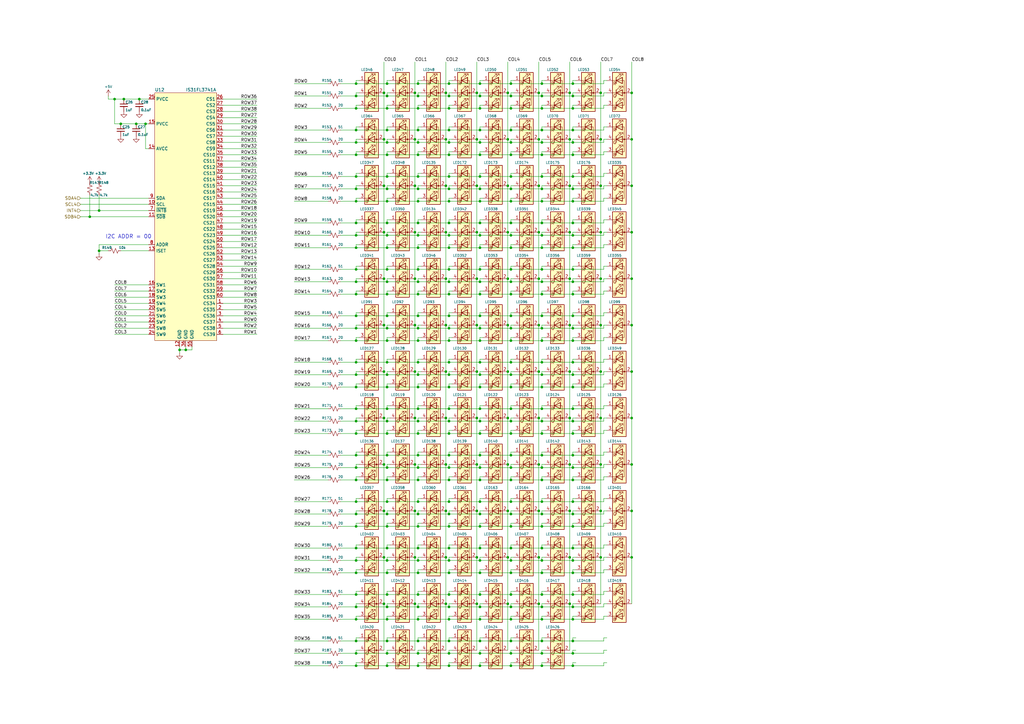
<source format=kicad_sch>
(kicad_sch (version 20231120) (generator "eeschema") (generator_version "8.0")
  (paper "A3")
  (junction (at 171.45 148.59))
  (junction (at 171.45 243.84))
  (junction (at 222.25 72.39))
  (junction (at 208.28 247.65))
  (junction (at 158.75 63.5))
  (junction (at 157.48 76.2))
  (junction (at 36.83 88.9))
  (junction (at 157.48 209.55))
  (junction (at 182.88 209.55))
  (junction (at 146.05 82.55))
  (junction (at 234.95 63.5))
  (junction (at 220.98 76.2))
  (junction (at 196.85 186.69))
  (junction (at 222.25 177.8))
  (junction (at 222.25 254))
  (junction (at 208.28 38.1))
  (junction (at 157.48 190.5))
  (junction (at 234.95 82.55))
  (junction (at 233.68 171.45))
  (junction (at 184.15 44.45))
  (junction (at 158.75 205.74))
  (junction (at 184.15 134.62))
  (junction (at 234.95 243.84))
  (junction (at 234.95 72.39))
  (junction (at 146.05 148.59))
  (junction (at 158.75 172.72))
  (junction (at 184.15 153.67))
  (junction (at 222.25 77.47))
  (junction (at 246.38 171.45))
  (junction (at 196.85 248.92))
  (junction (at 209.55 110.49))
  (junction (at 59.69 50.8))
  (junction (at 184.15 229.87))
  (junction (at 157.48 57.15))
  (junction (at 170.18 152.4))
  (junction (at 234.95 273.05))
  (junction (at 171.45 158.75))
  (junction (at 209.55 53.34))
  (junction (at 158.75 234.95))
  (junction (at 182.88 171.45))
  (junction (at 170.18 57.15))
  (junction (at 222.25 267.97))
  (junction (at 259.08 57.15))
  (junction (at 196.85 229.87))
  (junction (at 146.05 167.64))
  (junction (at 222.25 96.52))
  (junction (at 209.55 63.5))
  (junction (at 158.75 148.59))
  (junction (at 233.68 38.1))
  (junction (at 259.08 95.25))
  (junction (at 195.58 133.35))
  (junction (at 171.45 205.74))
  (junction (at 184.15 158.75))
  (junction (at 222.25 243.84))
  (junction (at 222.25 39.37))
  (junction (at 220.98 38.1))
  (junction (at 184.15 148.59))
  (junction (at 259.08 228.6))
  (junction (at 171.45 115.57))
  (junction (at 171.45 215.9))
  (junction (at 209.55 134.62))
  (junction (at 209.55 101.6))
  (junction (at 208.28 57.15))
  (junction (at 158.75 110.49))
  (junction (at 158.75 44.45))
  (junction (at 196.85 153.67))
  (junction (at 171.45 63.5))
  (junction (at 182.88 76.2))
  (junction (at 222.25 58.42))
  (junction (at 234.95 53.34))
  (junction (at 234.95 96.52))
  (junction (at 233.68 228.6))
  (junction (at 146.05 186.69))
  (junction (at 184.15 224.79))
  (junction (at 259.08 114.3))
  (junction (at 246.38 95.25))
  (junction (at 209.55 82.55))
  (junction (at 184.15 215.9))
  (junction (at 234.95 129.54))
  (junction (at 157.48 247.65))
  (junction (at 158.75 129.54))
  (junction (at 184.15 110.49))
  (junction (at 196.85 254))
  (junction (at 234.95 139.7))
  (junction (at 209.55 254))
  (junction (at 234.95 229.87))
  (junction (at 157.48 152.4))
  (junction (at 234.95 191.77))
  (junction (at 170.18 190.5))
  (junction (at 209.55 234.95))
  (junction (at 171.45 234.95))
  (junction (at 184.15 267.97))
  (junction (at 184.15 82.55))
  (junction (at 171.45 273.05))
  (junction (at 222.25 134.62))
  (junction (at 222.25 215.9))
  (junction (at 234.95 77.47))
  (junction (at 182.88 95.25))
  (junction (at 222.25 205.74))
  (junction (at 195.58 114.3))
  (junction (at 196.85 205.74))
  (junction (at 182.88 247.65))
  (junction (at 146.05 34.29))
  (junction (at 209.55 205.74))
  (junction (at 196.85 234.95))
  (junction (at 57.15 40.64))
  (junction (at 146.05 153.67))
  (junction (at 184.15 139.7))
  (junction (at 171.45 58.42))
  (junction (at 158.75 243.84))
  (junction (at 195.58 152.4))
  (junction (at 158.75 224.79))
  (junction (at 222.25 53.34))
  (junction (at 184.15 186.69))
  (junction (at 209.55 158.75))
  (junction (at 158.75 167.64))
  (junction (at 170.18 95.25))
  (junction (at 196.85 77.47))
  (junction (at 158.75 82.55))
  (junction (at 196.85 39.37))
  (junction (at 246.38 228.6))
  (junction (at 170.18 114.3))
  (junction (at 259.08 152.4))
  (junction (at 196.85 215.9))
  (junction (at 158.75 262.89))
  (junction (at 184.15 39.37))
  (junction (at 220.98 95.25))
  (junction (at 234.95 153.67))
  (junction (at 158.75 177.8))
  (junction (at 171.45 191.77))
  (junction (at 158.75 39.37))
  (junction (at 196.85 267.97))
  (junction (at 246.38 190.5))
  (junction (at 196.85 167.64))
  (junction (at 171.45 101.6))
  (junction (at 209.55 273.05))
  (junction (at 195.58 38.1))
  (junction (at 184.15 96.52))
  (junction (at 222.25 248.92))
  (junction (at 209.55 229.87))
  (junction (at 171.45 91.44))
  (junction (at 184.15 248.92))
  (junction (at 158.75 34.29))
  (junction (at 209.55 177.8))
  (junction (at 209.55 243.84))
  (junction (at 196.85 177.8))
  (junction (at 146.05 205.74))
  (junction (at 233.68 190.5))
  (junction (at 171.45 139.7))
  (junction (at 222.25 115.57))
  (junction (at 196.85 82.55))
  (junction (at 146.05 96.52))
  (junction (at 209.55 167.64))
  (junction (at 196.85 96.52))
  (junction (at 209.55 248.92))
  (junction (at 184.15 210.82))
  (junction (at 146.05 273.05))
  (junction (at 234.95 110.49))
  (junction (at 158.75 91.44))
  (junction (at 146.05 39.37))
  (junction (at 196.85 172.72))
  (junction (at 157.48 114.3))
  (junction (at 196.85 101.6))
  (junction (at 146.05 248.92))
  (junction (at 184.15 53.34))
  (junction (at 158.75 134.62))
  (junction (at 222.25 172.72))
  (junction (at 158.75 53.34))
  (junction (at 171.45 110.49))
  (junction (at 233.68 57.15))
  (junction (at 259.08 209.55))
  (junction (at 171.45 196.85))
  (junction (at 196.85 53.34))
  (junction (at 184.15 167.64))
  (junction (at 220.98 57.15))
  (junction (at 196.85 115.57))
  (junction (at 184.15 91.44))
  (junction (at 158.75 158.75))
  (junction (at 234.95 44.45))
  (junction (at 220.98 152.4))
  (junction (at 146.05 215.9))
  (junction (at 146.05 63.5))
  (junction (at 184.15 205.74))
  (junction (at 171.45 262.89))
  (junction (at 220.98 133.35))
  (junction (at 170.18 38.1))
  (junction (at 158.75 115.57))
  (junction (at 170.18 171.45))
  (junction (at 146.05 72.39))
  (junction (at 171.45 167.64))
  (junction (at 209.55 39.37))
  (junction (at 234.95 186.69))
  (junction (at 146.05 262.89))
  (junction (at 259.08 76.2))
  (junction (at 146.05 44.45))
  (junction (at 158.75 196.85))
  (junction (at 158.75 96.52))
  (junction (at 259.08 38.1))
  (junction (at 196.85 34.29))
  (junction (at 171.45 224.79))
  (junction (at 234.95 158.75))
  (junction (at 196.85 158.75))
  (junction (at 196.85 63.5))
  (junction (at 184.15 172.72))
  (junction (at 196.85 139.7))
  (junction (at 171.45 96.52))
  (junction (at 234.95 34.29))
  (junction (at 158.75 273.05))
  (junction (at 170.18 133.35))
  (junction (at 40.64 86.36))
  (junction (at 55.88 50.8))
  (junction (at 209.55 262.89))
  (junction (at 170.18 247.65))
  (junction (at 246.38 152.4))
  (junction (at 146.05 101.6))
  (junction (at 146.05 120.65))
  (junction (at 234.95 39.37))
  (junction (at 182.88 38.1))
  (junction (at 222.25 63.5))
  (junction (at 259.08 171.45))
  (junction (at 222.25 139.7))
  (junction (at 195.58 228.6))
  (junction (at 220.98 247.65))
  (junction (at 209.55 91.44))
  (junction (at 220.98 190.5))
  (junction (at 171.45 267.97))
  (junction (at 222.25 82.55))
  (junction (at 195.58 171.45))
  (junction (at 222.25 191.77))
  (junction (at 234.95 115.57))
  (junction (at 196.85 191.77))
  (junction (at 222.25 129.54))
  (junction (at 184.15 129.54))
  (junction (at 259.08 190.5))
  (junction (at 209.55 153.67))
  (junction (at 146.05 77.47))
  (junction (at 208.28 152.4))
  (junction (at 196.85 196.85))
  (junction (at 171.45 210.82))
  (junction (at 146.05 53.34))
  (junction (at 158.75 186.69))
  (junction (at 222.25 120.65))
  (junction (at 171.45 120.65))
  (junction (at 220.98 209.55))
  (junction (at 222.25 229.87))
  (junction (at 146.05 243.84))
  (junction (at 209.55 72.39))
  (junction (at 208.28 114.3))
  (junction (at 146.05 210.82))
  (junction (at 234.95 91.44))
  (junction (at 196.85 44.45))
  (junction (at 196.85 72.39))
  (junction (at 196.85 262.89))
  (junction (at 184.15 254))
  (junction (at 196.85 210.82))
  (junction (at 196.85 134.62))
  (junction (at 222.25 91.44))
  (junction (at 170.18 209.55))
  (junction (at 220.98 114.3))
  (junction (at 196.85 224.79))
  (junction (at 46.99 40.64))
  (junction (at 184.15 262.89))
  (junction (at 209.55 34.29))
  (junction (at 195.58 190.5))
  (junction (at 184.15 72.39))
  (junction (at 146.05 191.77))
  (junction (at 158.75 139.7))
  (junction (at 184.15 191.77))
  (junction (at 209.55 120.65))
  (junction (at 146.05 139.7))
  (junction (at 196.85 148.59))
  (junction (at 209.55 267.97))
  (junction (at 184.15 196.85))
  (junction (at 146.05 158.75))
  (junction (at 146.05 254))
  (junction (at 208.28 190.5))
  (junction (at 209.55 191.77))
  (junction (at 158.75 215.9))
  (junction (at 158.75 72.39))
  (junction (at 170.18 228.6))
  (junction (at 171.45 254))
  (junction (at 158.75 191.77))
  (junction (at 233.68 209.55))
  (junction (at 234.95 172.72))
  (junction (at 234.95 101.6))
  (junction (at 208.28 209.55))
  (junction (at 234.95 248.92))
  (junction (at 196.85 243.84))
  (junction (at 209.55 115.57))
  (junction (at 246.38 133.35))
  (junction (at 209.55 148.59))
  (junction (at 196.85 120.65))
  (junction (at 171.45 248.92))
  (junction (at 182.88 133.35))
  (junction (at 222.25 196.85))
  (junction (at 222.25 101.6))
  (junction (at 208.28 95.25))
  (junction (at 222.25 167.64))
  (junction (at 220.98 171.45))
  (junction (at 222.25 158.75))
  (junction (at 171.45 53.34))
  (junction (at 171.45 177.8))
  (junction (at 157.48 228.6))
  (junction (at 196.85 110.49))
  (junction (at 184.15 234.95))
  (junction (at 234.95 215.9))
  (junction (at 208.28 171.45))
  (junction (at 182.88 228.6))
  (junction (at 171.45 153.67))
  (junction (at 146.05 234.95))
  (junction (at 158.75 120.65))
  (junction (at 184.15 115.57))
  (junction (at 157.48 171.45))
  (junction (at 246.38 114.3))
  (junction (at 182.88 152.4))
  (junction (at 171.45 186.69))
  (junction (at 146.05 110.49))
  (junction (at 222.25 262.89))
  (junction (at 158.75 153.67))
  (junction (at 196.85 91.44))
  (junction (at 233.68 95.25))
  (junction (at 222.25 148.59))
  (junction (at 146.05 224.79))
  (junction (at 234.95 120.65))
  (junction (at 182.88 190.5))
  (junction (at 233.68 133.35))
  (junction (at 234.95 210.82))
  (junction (at 222.25 110.49))
  (junction (at 195.58 95.25))
  (junction (at 209.55 139.7))
  (junction (at 184.15 177.8))
  (junction (at 146.05 91.44))
  (junction (at 146.05 58.42))
  (junction (at 246.38 57.15))
  (junction (at 208.28 76.2))
  (junction (at 234.95 58.42))
  (junction (at 234.95 254))
  (junction (at 222.25 234.95))
  (junction (at 233.68 247.65))
  (junction (at 158.75 58.42))
  (junction (at 49.53 50.8))
  (junction (at 158.75 210.82))
  (junction (at 146.05 177.8))
  (junction (at 222.25 186.69))
  (junction (at 171.45 34.29))
  (junction (at 209.55 196.85))
  (junction (at 146.05 196.85))
  (junction (at 146.05 115.57))
  (junction (at 146.05 229.87))
  (junction (at 208.28 228.6))
  (junction (at 234.95 177.8))
  (junction (at 233.68 114.3))
  (junction (at 171.45 134.62))
  (junction (at 233.68 152.4))
  (junction (at 184.15 34.29))
  (junction (at 184.15 273.05))
  (junction (at 171.45 77.47))
  (junction (at 184.15 101.6))
  (junction (at 182.88 57.15))
  (junction (at 170.18 76.2))
  (junction (at 195.58 76.2))
  (junction (at 209.55 186.69))
  (junction (at 158.75 248.92))
  (junction (at 157.48 38.1))
  (junction (at 246.38 76.2))
  (junction (at 234.95 205.74))
  (junction (at 146.05 267.97))
  (junction (at 234.95 262.89))
  (junction (at 209.55 210.82))
  (junction (at 158.75 254))
  (junction (at 234.95 196.85))
  (junction (at 184.15 77.47))
  (junction (at 209.55 77.47))
  (junction (at 234.95 148.59))
  (junction (at 158.75 101.6))
  (junction (at 208.28 133.35))
  (junction (at 246.38 209.55))
  (junction (at 184.15 58.42))
  (junction (at 158.75 229.87))
  (junction (at 234.95 267.97))
  (junction (at 157.48 133.35))
  (junction (at 196.85 58.42))
  (junction (at 73.66 143.51))
  (junction (at 209.55 96.52))
  (junction (at 222.25 153.67))
  (junction (at 195.58 209.55))
  (junction (at 209.55 44.45))
  (junction (at 171.45 82.55))
  (junction (at 146.05 129.54))
  (junction (at 209.55 172.72))
  (junction (at 40.64 102.87))
  (junction (at 234.95 224.79))
  (junction (at 158.75 77.47))
  (junction (at 171.45 172.72))
  (junction (at 222.25 273.05))
  (junction (at 171.45 44.45))
  (junction (at 171.45 72.39))
  (junction (at 222.25 210.82))
  (junction (at 50.8 40.64))
  (junction (at 220.98 228.6))
  (junction (at 158.75 267.97))
  (junction (at 184.15 63.5))
  (junction (at 233.68 76.2))
  (junction (at 146.05 134.62))
  (junction (at 209.55 129.54))
  (junction (at 246.38 38.1))
  (junction (at 234.95 167.64))
  (junction (at 157.48 95.25))
  (junction (at 182.88 114.3))
  (junction (at 171.45 229.87))
  (junction (at 184.15 120.65))
  (junction (at 234.95 134.62))
  (junction (at 171.45 129.54))
  (junction (at 222.25 44.45))
  (junction (at 196.85 273.05))
  (junction (at 195.58 57.15))
  (junction (at 222.25 224.79))
  (junction (at 234.95 234.95))
  (junction (at 76.2 143.51))
  (junction (at 184.15 243.84))
  (junction (at 146.05 172.72))
  (junction (at 209.55 215.9))
  (junction (at 222.25 34.29))
  (junction (at 195.58 247.65))
  (junction (at 259.08 133.35))
  (junction (at 196.85 129.54))
  (junction (at 209.55 224.79))
  (junction (at 209.55 58.42))
  (junction (at 171.45 39.37))
  (wire (pts (xy 158.75 72.39) (xy 171.45 72.39)))
  (wire (pts (xy 222.25 242.57) (xy 223.52 242.57)))
  (wire (pts (xy 171.45 158.75) (xy 184.15 158.75)))
  (wire (pts (xy 120.65 96.52) (xy 134.62 96.52)))
  (wire (pts (xy 222.25 215.9) (xy 234.95 215.9)))
  (wire (pts (xy 209.55 128.27) (xy 210.82 128.27)))
  (wire (pts (xy 222.25 96.52) (xy 234.95 96.52)))
  (wire (pts (xy 184.15 77.47) (xy 184.15 76.2)))
  (wire (pts (xy 120.65 148.59) (xy 134.62 148.59)))
  (wire (pts (xy 196.85 148.59) (xy 209.55 148.59)))
  (wire (pts (xy 170.18 95.25) (xy 170.18 114.3)))
  (wire (pts (xy 105.41 53.34) (xy 91.44 53.34)))
  (wire (pts (xy 120.65 224.79) (xy 134.62 224.79)))
  (wire (pts (xy 222.25 186.69) (xy 222.25 185.42)))
  (wire (pts (xy 196.85 233.68) (xy 198.12 233.68)))
  (wire (pts (xy 196.85 44.45) (xy 209.55 44.45)))
  (wire (pts (xy 158.75 262.89) (xy 158.75 261.62)))
  (wire (pts (xy 209.55 134.62) (xy 222.25 134.62)))
  (wire (pts (xy 220.98 38.1) (xy 220.98 57.15)))
  (wire (pts (xy 234.95 63.5) (xy 247.65 63.5)))
  (wire (pts (xy 105.41 58.42) (xy 91.44 58.42)))
  (wire (pts (xy 196.85 158.75) (xy 209.55 158.75)))
  (wire (pts (xy 40.64 80.01) (xy 40.64 86.36)))
  (wire (pts (xy 146.05 262.89) (xy 158.75 262.89)))
  (wire (pts (xy 158.75 247.65) (xy 160.02 247.65)))
  (wire (pts (xy 146.05 229.87) (xy 146.05 228.6)))
  (wire (pts (xy 182.88 95.25) (xy 182.88 114.3)))
  (wire (pts (xy 234.95 153.67) (xy 247.65 153.67)))
  (wire (pts (xy 158.75 115.57) (xy 158.75 114.3)))
  (wire (pts (xy 146.05 76.2) (xy 147.32 76.2)))
  (wire (pts (xy 234.95 247.65) (xy 236.22 247.65)))
  (wire (pts (xy 40.64 102.87) (xy 40.64 104.14)))
  (wire (pts (xy 195.58 152.4) (xy 195.58 171.45)))
  (wire (pts (xy 171.45 224.79) (xy 171.45 223.52)))
  (wire (pts (xy 196.85 34.29) (xy 209.55 34.29)))
  (wire (pts (xy 222.25 44.45) (xy 234.95 44.45)))
  (wire (pts (xy 158.75 62.23) (xy 160.02 62.23)))
  (wire (pts (xy 196.85 153.67) (xy 209.55 153.67)))
  (wire (pts (xy 184.15 115.57) (xy 196.85 115.57)))
  (wire (pts (xy 171.45 129.54) (xy 171.45 128.27)))
  (wire (pts (xy 158.75 266.7) (xy 160.02 266.7)))
  (wire (pts (xy 209.55 58.42) (xy 209.55 57.15)))
  (wire (pts (xy 146.05 120.65) (xy 146.05 119.38)))
  (wire (pts (xy 105.41 40.64) (xy 91.44 40.64)))
  (wire (pts (xy 171.45 273.05) (xy 184.15 273.05)))
  (wire (pts (xy 222.25 119.38) (xy 223.52 119.38)))
  (wire (pts (xy 247.65 233.68) (xy 248.92 233.68)))
  (wire (pts (xy 73.66 142.24) (xy 73.66 143.51)))
  (wire (pts (xy 209.55 254) (xy 222.25 254)))
  (wire (pts (xy 209.55 34.29) (xy 222.25 34.29)))
  (wire (pts (xy 222.25 53.34) (xy 222.25 52.07)))
  (wire (pts (xy 120.65 191.77) (xy 134.62 191.77)))
  (wire (pts (xy 246.38 133.35) (xy 246.38 152.4)))
  (wire (pts (xy 146.05 44.45) (xy 146.05 43.18)))
  (wire (pts (xy 171.45 128.27) (xy 172.72 128.27)))
  (wire (pts (xy 146.05 242.57) (xy 147.32 242.57)))
  (wire (pts (xy 146.05 195.58) (xy 147.32 195.58)))
  (wire (pts (xy 234.95 191.77) (xy 234.95 190.5)))
  (wire (pts (xy 222.25 110.49) (xy 234.95 110.49)))
  (wire (pts (xy 184.15 205.74) (xy 196.85 205.74)))
  (wire (pts (xy 246.38 38.1) (xy 246.38 57.15)))
  (wire (pts (xy 184.15 204.47) (xy 185.42 204.47)))
  (wire (pts (xy 209.55 262.89) (xy 222.25 262.89)))
  (wire (pts (xy 222.25 186.69) (xy 234.95 186.69)))
  (wire (pts (xy 139.7 63.5) (xy 146.05 63.5)))
  (wire (pts (xy 234.95 119.38) (xy 236.22 119.38)))
  (wire (pts (xy 184.15 254) (xy 196.85 254)))
  (wire (pts (xy 139.7 262.89) (xy 146.05 262.89)))
  (wire (pts (xy 209.55 134.62) (xy 209.55 133.35)))
  (wire (pts (xy 170.18 76.2) (xy 170.18 95.25)))
  (wire (pts (xy 233.68 190.5) (xy 233.68 209.55)))
  (wire (pts (xy 184.15 110.49) (xy 184.15 109.22)))
  (wire (pts (xy 222.25 157.48) (xy 223.52 157.48)))
  (wire (pts (xy 195.58 57.15) (xy 195.58 76.2)))
  (wire (pts (xy 36.83 80.01) (xy 36.83 88.9)))
  (wire (pts (xy 170.18 190.5) (xy 170.18 209.55)))
  (wire (pts (xy 139.7 53.34) (xy 146.05 53.34)))
  (wire (pts (xy 146.05 90.17) (xy 147.32 90.17)))
  (wire (pts (xy 146.05 172.72) (xy 146.05 171.45)))
  (wire (pts (xy 171.45 261.62) (xy 172.72 261.62)))
  (wire (pts (xy 146.05 273.05) (xy 158.75 273.05)))
  (wire (pts (xy 146.05 91.44) (xy 146.05 90.17)))
  (wire (pts (xy 139.7 34.29) (xy 146.05 34.29)))
  (wire (pts (xy 196.85 228.6) (xy 198.12 228.6)))
  (wire (pts (xy 105.41 81.28) (xy 91.44 81.28)))
  (wire (pts (xy 120.65 34.29) (xy 134.62 34.29)))
  (wire (pts (xy 234.95 261.62) (xy 236.22 261.62)))
  (wire (pts (xy 158.75 153.67) (xy 171.45 153.67)))
  (wire (pts (xy 146.05 157.48) (xy 147.32 157.48)))
  (wire (pts (xy 105.41 111.76) (xy 91.44 111.76)))
  (wire (pts (xy 184.15 224.79) (xy 184.15 223.52)))
  (wire (pts (xy 222.25 110.49) (xy 222.25 109.22)))
  (wire (pts (xy 146.05 115.57) (xy 146.05 114.3)))
  (wire (pts (xy 139.7 224.79) (xy 146.05 224.79)))
  (wire (pts (xy 105.41 48.26) (xy 91.44 48.26)))
  (wire (pts (xy 184.15 100.33) (xy 185.42 100.33)))
  (wire (pts (xy 222.25 96.52) (xy 222.25 95.25)))
  (wire (pts (xy 196.85 185.42) (xy 198.12 185.42)))
  (wire (pts (xy 158.75 234.95) (xy 158.75 233.68)))
  (wire (pts (xy 233.68 114.3) (xy 233.68 133.35)))
  (wire (pts (xy 171.45 209.55) (xy 172.72 209.55)))
  (wire (pts (xy 234.95 210.82) (xy 234.95 209.55)))
  (wire (pts (xy 120.65 91.44) (xy 134.62 91.44)))
  (wire (pts (xy 259.08 76.2) (xy 259.08 95.25)))
  (wire (pts (xy 222.25 53.34) (xy 234.95 53.34)))
  (wire (pts (xy 209.55 177.8) (xy 209.55 176.53)))
  (wire (pts (xy 222.25 101.6) (xy 234.95 101.6)))
  (wire (pts (xy 222.25 247.65) (xy 223.52 247.65)))
  (wire (pts (xy 184.15 134.62) (xy 184.15 133.35)))
  (wire (pts (xy 247.65 72.39) (xy 247.65 71.12)))
  (wire (pts (xy 196.85 101.6) (xy 209.55 101.6)))
  (wire (pts (xy 146.05 128.27) (xy 147.32 128.27)))
  (wire (pts (xy 209.55 157.48) (xy 210.82 157.48)))
  (wire (pts (xy 158.75 267.97) (xy 158.75 266.7)))
  (wire (pts (xy 234.95 271.78) (xy 236.22 271.78)))
  (wire (pts (xy 220.98 228.6) (xy 220.98 247.65)))
  (wire (pts (xy 222.25 254) (xy 234.95 254)))
  (wire (pts (xy 209.55 153.67) (xy 222.25 153.67)))
  (wire (pts (xy 209.55 233.68) (xy 210.82 233.68)))
  (wire (pts (xy 105.41 129.54) (xy 91.44 129.54)))
  (wire (pts (xy 170.18 38.1) (xy 170.18 57.15)))
  (wire (pts (xy 46.99 132.08) (xy 60.96 132.08)))
  (wire (pts (xy 196.85 190.5) (xy 198.12 190.5)))
  (wire (pts (xy 209.55 172.72) (xy 222.25 172.72)))
  (wire (pts (xy 158.75 167.64) (xy 158.75 166.37)))
  (wire (pts (xy 222.25 229.87) (xy 234.95 229.87)))
  (wire (pts (xy 105.41 66.04) (xy 91.44 66.04)))
  (wire (pts (xy 222.25 185.42) (xy 223.52 185.42)))
  (wire (pts (xy 158.75 243.84) (xy 171.45 243.84)))
  (wire (pts (xy 196.85 171.45) (xy 198.12 171.45)))
  (wire (pts (xy 184.15 72.39) (xy 184.15 71.12)))
  (wire (pts (xy 234.95 171.45) (xy 236.22 171.45)))
  (wire (pts (xy 158.75 254) (xy 171.45 254)))
  (wire (pts (xy 234.95 38.1) (xy 236.22 38.1)))
  (wire (pts (xy 158.75 228.6) (xy 160.02 228.6)))
  (wire (pts (xy 209.55 57.15) (xy 210.82 57.15)))
  (wire (pts (xy 158.75 215.9) (xy 171.45 215.9)))
  (wire (pts (xy 171.45 271.78) (xy 172.72 271.78)))
  (wire (pts (xy 146.05 138.43) (xy 147.32 138.43)))
  (wire (pts (xy 146.05 148.59) (xy 158.75 148.59)))
  (wire (pts (xy 247.65 57.15) (xy 248.92 57.15)))
  (wire (pts (xy 184.15 252.73) (xy 185.42 252.73)))
  (wire (pts (xy 222.25 210.82) (xy 234.95 210.82)))
  (wire (pts (xy 146.05 43.18) (xy 147.32 43.18)))
  (wire (pts (xy 120.65 267.97) (xy 134.62 267.97)))
  (wire (pts (xy 234.95 254) (xy 234.95 252.73)))
  (wire (pts (xy 146.05 110.49) (xy 158.75 110.49)))
  (wire (pts (xy 171.45 34.29) (xy 184.15 34.29)))
  (wire (pts (xy 158.75 34.29) (xy 171.45 34.29)))
  (wire (pts (xy 146.05 190.5) (xy 147.32 190.5)))
  (wire (pts (xy 171.45 101.6) (xy 171.45 100.33)))
  (wire (pts (xy 105.41 106.68) (xy 91.44 106.68)))
  (wire (pts (xy 196.85 148.59) (xy 196.85 147.32)))
  (wire (pts (xy 234.95 166.37) (xy 236.22 166.37)))
  (wire (pts (xy 170.18 133.35) (xy 170.18 152.4)))
  (wire (pts (xy 184.15 129.54) (xy 196.85 129.54)))
  (wire (pts (xy 222.25 134.62) (xy 234.95 134.62)))
  (wire (pts (xy 234.95 172.72) (xy 234.95 171.45)))
  (wire (pts (xy 171.45 195.58) (xy 172.72 195.58)))
  (wire (pts (xy 184.15 248.92) (xy 196.85 248.92)))
  (wire (pts (xy 222.25 114.3) (xy 223.52 114.3)))
  (wire (pts (xy 209.55 271.78) (xy 210.82 271.78)))
  (wire (pts (xy 196.85 139.7) (xy 209.55 139.7)))
  (wire (pts (xy 247.65 133.35) (xy 248.92 133.35)))
  (wire (pts (xy 105.41 73.66) (xy 91.44 73.66)))
  (wire (pts (xy 222.25 177.8) (xy 234.95 177.8)))
  (wire (pts (xy 233.68 133.35) (xy 233.68 152.4)))
  (wire (pts (xy 158.75 81.28) (xy 160.02 81.28)))
  (wire (pts (xy 171.45 210.82) (xy 171.45 209.55)))
  (wire (pts (xy 196.85 243.84) (xy 196.85 242.57)))
  (wire (pts (xy 222.25 205.74) (xy 222.25 204.47)))
  (wire (pts (xy 246.38 76.2) (xy 246.38 95.25)))
  (wire (pts (xy 158.75 133.35) (xy 160.02 133.35)))
  (wire (pts (xy 209.55 53.34) (xy 209.55 52.07)))
  (wire (pts (xy 222.25 77.47) (xy 222.25 76.2)))
  (wire (pts (xy 222.25 129.54) (xy 234.95 129.54)))
  (wire (pts (xy 139.7 44.45) (xy 146.05 44.45)))
  (wire (pts (xy 120.65 153.67) (xy 134.62 153.67)))
  (wire (pts (xy 171.45 172.72) (xy 171.45 171.45)))
  (wire (pts (xy 78.74 142.24) (xy 78.74 143.51)))
  (wire (pts (xy 46.99 50.8) (xy 49.53 50.8)))
  (wire (pts (xy 184.15 90.17) (xy 185.42 90.17)))
  (wire (pts (xy 247.65 273.05) (xy 247.65 271.78)))
  (wire (pts (xy 146.05 139.7) (xy 158.75 139.7)))
  (wire (pts (xy 222.25 214.63) (xy 223.52 214.63)))
  (wire (pts (xy 196.85 81.28) (xy 198.12 81.28)))
  (wire (pts (xy 158.75 129.54) (xy 158.75 128.27)))
  (wire (pts (xy 234.95 52.07) (xy 236.22 52.07)))
  (wire (pts (xy 209.55 252.73) (xy 210.82 252.73)))
  (wire (pts (xy 184.15 101.6) (xy 196.85 101.6)))
  (wire (pts (xy 209.55 210.82) (xy 222.25 210.82)))
  (wire (pts (xy 171.45 196.85) (xy 171.45 195.58)))
  (wire (pts (xy 196.85 72.39) (xy 196.85 71.12)))
  (wire (pts (xy 196.85 63.5) (xy 196.85 62.23)))
  (wire (pts (xy 234.95 195.58) (xy 236.22 195.58)))
  (wire (pts (xy 158.75 214.63) (xy 160.02 214.63)))
  (wire (pts (xy 196.85 152.4) (xy 198.12 152.4)))
  (wire (pts (xy 247.65 139.7) (xy 247.65 138.43)))
  (wire (pts (xy 158.75 224.79) (xy 158.75 223.52)))
  (wire (pts (xy 139.7 158.75) (xy 146.05 158.75)))
  (wire (pts (xy 46.99 40.64) (xy 50.8 40.64)))
  (wire (pts (xy 247.65 196.85) (xy 247.65 195.58)))
  (wire (pts (xy 222.25 158.75) (xy 234.95 158.75)))
  (wire (pts (xy 146.05 252.73) (xy 147.32 252.73)))
  (wire (pts (xy 146.05 171.45) (xy 147.32 171.45)))
  (wire (pts (xy 158.75 63.5) (xy 158.75 62.23)))
  (wire (pts (xy 209.55 209.55) (xy 210.82 209.55)))
  (wire (pts (xy 146.05 81.28) (xy 147.32 81.28)))
  (wire (pts (xy 184.15 96.52) (xy 184.15 95.25)))
  (wire (pts (xy 171.45 266.7) (xy 172.72 266.7)))
  (wire (pts (xy 184.15 129.54) (xy 184.15 128.27)))
  (wire (pts (xy 220.98 152.4) (xy 220.98 171.45)))
  (wire (pts (xy 247.65 252.73) (xy 248.92 252.73)))
  (wire (pts (xy 234.95 262.89) (xy 234.95 261.62)))
  (wire (pts (xy 139.7 134.62) (xy 146.05 134.62)))
  (wire (pts (xy 209.55 152.4) (xy 210.82 152.4)))
  (wire (pts (xy 208.28 114.3) (xy 208.28 133.35)))
  (wire (pts (xy 234.95 229.87) (xy 234.95 228.6)))
  (wire (pts (xy 234.95 39.37) (xy 234.95 38.1)))
  (wire (pts (xy 158.75 38.1) (xy 160.02 38.1)))
  (wire (pts (xy 195.58 38.1) (xy 195.58 57.15)))
  (wire (pts (xy 158.75 209.55) (xy 160.02 209.55)))
  (wire (pts (xy 209.55 63.5) (xy 209.55 62.23)))
  (wire (pts (xy 46.99 127) (xy 60.96 127)))
  (wire (pts (xy 170.18 114.3) (xy 170.18 133.35)))
  (wire (pts (xy 222.25 52.07) (xy 223.52 52.07)))
  (wire (pts (xy 105.41 63.5) (xy 91.44 63.5)))
  (wire (pts (xy 171.45 242.57) (xy 172.72 242.57)))
  (wire (pts (xy 184.15 96.52) (xy 196.85 96.52)))
  (wire (pts (xy 184.15 138.43) (xy 185.42 138.43)))
  (wire (pts (xy 182.88 152.4) (xy 182.88 171.45)))
  (wire (pts (xy 247.65 101.6) (xy 247.65 100.33)))
  (wire (pts (xy 139.7 58.42) (xy 146.05 58.42)))
  (wire (pts (xy 171.45 205.74) (xy 184.15 205.74)))
  (wire (pts (xy 184.15 53.34) (xy 196.85 53.34)))
  (wire (pts (xy 184.15 229.87) (xy 196.85 229.87)))
  (wire (pts (xy 196.85 115.57) (xy 196.85 114.3)))
  (wire (pts (xy 222.25 267.97) (xy 222.25 266.7)))
  (wire (pts (xy 209.55 242.57) (xy 210.82 242.57)))
  (wire (pts (xy 146.05 210.82) (xy 146.05 209.55)))
  (wire (pts (xy 105.41 71.12) (xy 91.44 71.12)))
  (wire (pts (xy 184.15 115.57) (xy 184.15 114.3)))
  (wire (pts (xy 209.55 190.5) (xy 210.82 190.5)))
  (wire (pts (xy 171.45 254) (xy 184.15 254)))
  (wire (pts (xy 105.41 101.6) (xy 91.44 101.6)))
  (wire (pts (xy 196.85 196.85) (xy 209.55 196.85)))
  (wire (pts (xy 171.45 223.52) (xy 172.72 223.52)))
  (wire (pts (xy 139.7 167.64) (xy 146.05 167.64)))
  (wire (pts (xy 220.98 57.15) (xy 220.98 76.2)))
  (wire (pts (xy 139.7 39.37) (xy 146.05 39.37)))
  (wire (pts (xy 196.85 57.15) (xy 198.12 57.15)))
  (wire (pts (xy 184.15 177.8) (xy 196.85 177.8)))
  (wire (pts (xy 246.38 25.4) (xy 246.38 38.1)))
  (wire (pts (xy 182.88 209.55) (xy 182.88 228.6)))
  (wire (pts (xy 222.25 152.4) (xy 223.52 152.4)))
  (wire (pts (xy 184.15 133.35) (xy 185.42 133.35)))
  (wire (pts (xy 234.95 196.85) (xy 234.95 195.58)))
  (wire (pts (xy 146.05 96.52) (xy 146.05 95.25)))
  (wire (pts (xy 209.55 229.87) (xy 209.55 228.6)))
  (wire (pts (xy 158.75 158.75) (xy 171.45 158.75)))
  (wire (pts (xy 146.05 148.59) (xy 146.05 147.32)))
  (wire (pts (xy 184.15 119.38) (xy 185.42 119.38)))
  (wire (pts (xy 171.45 214.63) (xy 172.72 214.63)))
  (wire (pts (xy 196.85 128.27) (xy 198.12 128.27)))
  (wire (pts (xy 146.05 34.29) (xy 146.05 33.02)))
  (wire (pts (xy 171.45 58.42) (xy 184.15 58.42)))
  (wire (pts (xy 247.65 82.55) (xy 247.65 81.28)))
  (wire (pts (xy 222.25 34.29) (xy 222.25 33.02)))
  (wire (pts (xy 196.85 58.42) (xy 196.85 57.15)))
  (wire (pts (xy 158.75 157.48) (xy 160.02 157.48)))
  (wire (pts (xy 146.05 77.47) (xy 146.05 76.2)))
  (wire (pts (xy 234.95 148.59) (xy 247.65 148.59)))
  (wire (pts (xy 247.65 158.75) (xy 247.65 157.48)))
  (wire (pts (xy 196.85 254) (xy 209.55 254)))
  (wire (pts (xy 171.45 71.12) (xy 172.72 71.12)))
  (wire (pts (xy 158.75 210.82) (xy 171.45 210.82)))
  (wire (pts (xy 196.85 209.55) (xy 198.12 209.55)))
  (wire (pts (xy 171.45 115.57) (xy 171.45 114.3)))
  (wire (pts (xy 222.25 224.79) (xy 234.95 224.79)))
  (wire (pts (xy 171.45 33.02) (xy 172.72 33.02)))
  (wire (pts (xy 196.85 53.34) (xy 196.85 52.07)))
  (wire (pts (xy 171.45 177.8) (xy 171.45 176.53)))
  (wire (pts (xy 209.55 129.54) (xy 209.55 128.27)))
  (wire (pts (xy 234.95 72.39) (xy 247.65 72.39)))
  (wire (pts (xy 196.85 234.95) (xy 196.85 233.68)))
  (wire (pts (xy 171.45 114.3) (xy 172.72 114.3)))
  (wire (pts (xy 139.7 186.69) (xy 146.05 186.69)))
  (wire (pts (xy 184.15 139.7) (xy 184.15 138.43)))
  (wire (pts (xy 146.05 185.42) (xy 147.32 185.42)))
  (wire (pts (xy 196.85 224.79) (xy 209.55 224.79)))
  (wire (pts (xy 171.45 133.35) (xy 172.72 133.35)))
  (wire (pts (xy 196.85 58.42) (xy 209.55 58.42)))
  (wire (pts (xy 171.45 204.47) (xy 172.72 204.47)))
  (wire (pts (xy 222.25 262.89) (xy 234.95 262.89)))
  (wire (pts (xy 73.66 143.51) (xy 76.2 143.51)))
  (wire (pts (xy 139.7 177.8) (xy 146.05 177.8)))
  (wire (pts (xy 184.15 196.85) (xy 196.85 196.85)))
  (wire (pts (xy 158.75 234.95) (xy 171.45 234.95)))
  (wire (pts (xy 120.65 129.54) (xy 134.62 129.54)))
  (wire (pts (xy 146.05 167.64) (xy 158.75 167.64)))
  (wire (pts (xy 171.45 148.59) (xy 184.15 148.59)))
  (wire (pts (xy 196.85 166.37) (xy 198.12 166.37)))
  (wire (pts (xy 209.55 243.84) (xy 209.55 242.57)))
  (wire (pts (xy 158.75 191.77) (xy 171.45 191.77)))
  (wire (pts (xy 222.25 82.55) (xy 234.95 82.55)))
  (wire (pts (xy 146.05 177.8) (xy 158.75 177.8)))
  (wire (pts (xy 222.25 195.58) (xy 223.52 195.58)))
  (wire (pts (xy 234.95 96.52) (xy 234.95 95.25)))
  (wire (pts (xy 184.15 273.05) (xy 196.85 273.05)))
  (wire (pts (xy 171.45 120.65) (xy 171.45 119.38)))
  (wire (pts (xy 120.65 196.85) (xy 134.62 196.85)))
  (wire (pts (xy 184.15 148.59) (xy 196.85 148.59)))
  (wire (pts (xy 234.95 34.29) (xy 234.95 33.02)))
  (wire (pts (xy 222.25 39.37) (xy 222.25 38.1)))
  (wire (pts (xy 222.25 39.37) (xy 234.95 39.37)))
  (wire (pts (xy 195.58 95.25) (xy 195.58 114.3)))
  (wire (pts (xy 247.65 215.9) (xy 247.65 214.63)))
  (wire (pts (xy 184.15 210.82) (xy 184.15 209.55)))
  (wire (pts (xy 184.15 91.44) (xy 196.85 91.44)))
  (wire (pts (xy 196.85 248.92) (xy 196.85 247.65)))
  (wire (pts (xy 222.25 63.5) (xy 234.95 63.5)))
  (wire (pts (xy 184.15 233.68) (xy 185.42 233.68)))
  (wire (pts (xy 196.85 215.9) (xy 196.85 214.63)))
  (wire (pts (xy 158.75 139.7) (xy 158.75 138.43)))
  (wire (pts (xy 222.25 120.65) (xy 222.25 119.38)))
  (wire (pts (xy 171.45 191.77) (xy 171.45 190.5)))
  (wire (pts (xy 247.65 148.59) (xy 247.65 147.32)))
  (wire (pts (xy 171.45 77.47) (xy 171.45 76.2)))
  (wire (pts (xy 209.55 228.6) (xy 210.82 228.6)))
  (wire (pts (xy 120.65 234.95) (xy 134.62 234.95)))
  (wire (pts (xy 184.15 234.95) (xy 196.85 234.95)))
  (wire (pts (xy 222.25 243.84) (xy 234.95 243.84)))
  (wire (pts (xy 171.45 91.44) (xy 184.15 91.44)))
  (wire (pts (xy 146.05 158.75) (xy 146.05 157.48)))
  (wire (pts (xy 171.45 77.47) (xy 184.15 77.47)))
  (wire (pts (xy 146.05 248.92) (xy 158.75 248.92)))
  (wire (pts (xy 234.95 101.6) (xy 234.95 100.33)))
  (wire (pts (xy 157.48 209.55) (xy 157.48 228.6)))
  (wire (pts (xy 209.55 204.47) (xy 210.82 204.47)))
  (wire (pts (xy 171.45 120.65) (xy 184.15 120.65)))
  (wire (pts (xy 196.85 214.63) (xy 198.12 214.63)))
  (wire (pts (xy 195.58 133.35) (xy 195.58 152.4)))
  (wire (pts (xy 209.55 96.52) (xy 209.55 95.25)))
  (wire (pts (xy 158.75 71.12) (xy 160.02 71.12)))
  (wire (pts (xy 196.85 176.53) (xy 198.12 176.53)))
  (wire (pts (xy 247.65 166.37) (xy 248.92 166.37)))
  (wire (pts (xy 146.05 62.23) (xy 147.32 62.23)))
  (wire (pts (xy 171.45 38.1) (xy 172.72 38.1)))
  (wire (pts (xy 196.85 267.97) (xy 196.85 266.7)))
  (wire (pts (xy 105.41 68.58) (xy 91.44 68.58)))
  (wire (pts (xy 171.45 58.42) (xy 171.45 57.15)))
  (wire (pts (xy 195.58 247.65) (xy 195.58 266.7)))
  (wire (pts (xy 234.95 273.05) (xy 247.65 273.05)))
  (wire (pts (xy 184.15 109.22) (xy 185.42 109.22)))
  (wire (pts (xy 158.75 271.78) (xy 160.02 271.78)))
  (wire (pts (xy 139.7 129.54) (xy 146.05 129.54)))
  (wire (pts (xy 222.25 77.47) (xy 234.95 77.47)))
  (wire (pts (xy 222.25 72.39) (xy 222.25 71.12)))
  (wire (pts (xy 196.85 158.75) (xy 196.85 157.48)))
  (wire (pts (xy 222.25 139.7) (xy 234.95 139.7)))
  (wire (pts (xy 259.08 152.4) (xy 259.08 171.45)))
  (wire (pts (xy 209.55 96.52) (xy 222.25 96.52)))
  (wire (pts (xy 146.05 229.87) (xy 158.75 229.87)))
  (wire (pts (xy 146.05 39.37) (xy 158.75 39.37)))
  (wire (pts (xy 222.25 209.55) (xy 223.52 209.55)))
  (wire (pts (xy 220.98 25.4) (xy 220.98 38.1)))
  (wire (pts (xy 234.95 101.6) (xy 247.65 101.6)))
  (wire (pts (xy 158.75 52.07) (xy 160.02 52.07)))
  (wire (pts (xy 171.45 233.68) (xy 172.72 233.68)))
  (wire (pts (xy 196.85 96.52) (xy 196.85 95.25)))
  (wire (pts (xy 171.45 153.67) (xy 171.45 152.4)))
  (wire (pts (xy 171.45 39.37) (xy 184.15 39.37)))
  (wire (pts (xy 139.7 234.95) (xy 146.05 234.95)))
  (wire (pts (xy 59.69 50.8) (xy 59.69 60.96)))
  (wire (pts (xy 247.65 129.54) (xy 247.65 128.27)))
  (wire (pts (xy 157.48 247.65) (xy 157.48 266.7)))
  (wire (pts (xy 157.48 38.1) (xy 157.48 57.15)))
  (wire (pts (xy 158.75 119.38) (xy 160.02 119.38)))
  (wire (pts (xy 196.85 261.62) (xy 198.12 261.62)))
  (wire (pts (xy 234.95 205.74) (xy 234.95 204.47)))
  (wire (pts (xy 158.75 205.74) (xy 158.75 204.47)))
  (wire (pts (xy 158.75 267.97) (xy 171.45 267.97)))
  (wire (pts (xy 184.15 167.64) (xy 184.15 166.37)))
  (wire (pts (xy 196.85 204.47) (xy 198.12 204.47)))
  (wire (pts (xy 209.55 91.44) (xy 209.55 90.17)))
  (wire (pts (xy 105.41 132.08) (xy 91.44 132.08)))
  (wire (pts (xy 146.05 186.69) (xy 146.05 185.42)))
  (wire (pts (xy 171.45 53.34) (xy 171.45 52.07)))
  (wire (pts (xy 234.95 185.42) (xy 236.22 185.42)))
  (wire (pts (xy 170.18 247.65) (xy 170.18 266.7)))
  (wire (pts (xy 209.55 95.25) (xy 210.82 95.25)))
  (wire (pts (xy 234.95 129.54) (xy 234.95 128.27)))
  (wire (pts (xy 196.85 95.25) (xy 198.12 95.25)))
  (wire (pts (xy 234.95 53.34) (xy 247.65 53.34)))
  (wire (pts (xy 234.95 273.05) (xy 234.95 271.78)))
  (wire (pts (xy 209.55 148.59) (xy 209.55 147.32)))
  (wire (pts (xy 171.45 63.5) (xy 171.45 62.23)))
  (wire (pts (xy 184.15 33.02) (xy 185.42 33.02)))
  (wire (pts (xy 196.85 71.12) (xy 198.12 71.12)))
  (wire (pts (xy 234.95 158.75) (xy 234.95 157.48)))
  (wire (pts (xy 171.45 248.92) (xy 171.45 247.65)))
  (wire (pts (xy 158.75 134.62) (xy 171.45 134.62)))
  (wire (pts (xy 158.75 110.49) (xy 171.45 110.49)))
  (wire (pts (xy 196.85 44.45) (xy 196.85 43.18)))
  (wire (pts (xy 196.85 172.72) (xy 209.55 172.72)))
  (wire (pts (xy 171.45 91.44) (xy 171.45 90.17)))
  (wire (pts (xy 146.05 152.4) (xy 147.32 152.4)))
  (wire (pts (xy 196.85 191.77) (xy 209.55 191.77)))
  (wire (pts (xy 209.55 53.34) (xy 222.25 53.34)))
  (wire (pts (xy 105.41 127) (xy 91.44 127)))
  (wire (pts (xy 209.55 71.12) (xy 210.82 71.12)))
  (wire (pts (xy 222.25 81.28) (xy 223.52 81.28)))
  (wire (pts (xy 234.95 266.7) (xy 236.22 266.7)))
  (wire (pts (xy 222.25 71.12) (xy 223.52 71.12)))
  (wire (pts (xy 196.85 167.64) (xy 209.55 167.64)))
  (wire (pts (xy 171.45 172.72) (xy 184.15 172.72)))
  (wire (pts (xy 233.68 152.4) (xy 233.68 171.45)))
  (wire (pts (xy 184.15 224.79) (xy 196.85 224.79)))
  (wire (pts (xy 158.75 43.18) (xy 160.02 43.18)))
  (wire (pts (xy 146.05 139.7) (xy 146.05 138.43)))
  (wire (pts (xy 222.25 34.29) (xy 234.95 34.29)))
  (wire (pts (xy 158.75 110.49) (xy 158.75 109.22)))
  (wire (pts (xy 120.65 229.87) (xy 134.62 229.87)))
  (wire (pts (xy 146.05 115.57) (xy 158.75 115.57)))
  (wire (pts (xy 233.68 95.25) (xy 233.68 114.3)))
  (wire (pts (xy 222.25 120.65) (xy 234.95 120.65)))
  (wire (pts (xy 139.7 77.47) (xy 146.05 77.47)))
  (wire (pts (xy 120.65 120.65) (xy 134.62 120.65)))
  (wire (pts (xy 170.18 57.15) (xy 170.18 76.2)))
  (wire (pts (xy 184.15 148.59) (xy 184.15 147.32)))
  (wire (pts (xy 158.75 177.8) (xy 171.45 177.8)))
  (wire (pts (xy 196.85 271.78) (xy 198.12 271.78)))
  (wire (pts (xy 105.41 78.74) (xy 91.44 78.74)))
  (wire (pts (xy 196.85 52.07) (xy 198.12 52.07)))
  (wire (pts (xy 233.68 228.6) (xy 233.68 247.65)))
  (wire (pts (xy 234.95 58.42) (xy 234.95 57.15)))
  (wire (pts (xy 157.48 228.6) (xy 157.48 247.65)))
  (wire (pts (xy 146.05 204.47) (xy 147.32 204.47)))
  (wire (pts (xy 209.55 266.7) (xy 210.82 266.7)))
  (wire (pts (xy 222.25 204.47) (xy 223.52 204.47)))
  (wire (pts (xy 105.41 104.14) (xy 91.44 104.14)))
  (wire (pts (xy 78.74 143.51) (xy 76.2 143.51)))
  (wire (pts (xy 171.45 224.79) (xy 184.15 224.79)))
  (wire (pts (xy 209.55 215.9) (xy 222.25 215.9)))
  (wire (pts (xy 139.7 96.52) (xy 146.05 96.52)))
  (wire (pts (xy 259.08 190.5) (xy 259.08 209.55)))
  (wire (pts (xy 171.45 95.25) (xy 172.72 95.25)))
  (wire (pts (xy 196.85 247.65) (xy 198.12 247.65)))
  (wire (pts (xy 222.25 229.87) (xy 222.25 228.6)))
  (wire (pts (xy 222.25 248.92) (xy 234.95 248.92)))
  (wire (pts (xy 209.55 138.43) (xy 210.82 138.43)))
  (wire (pts (xy 234.95 115.57) (xy 234.95 114.3)))
  (wire (pts (xy 234.95 234.95) (xy 247.65 234.95)))
  (wire (pts (xy 247.65 63.5) (xy 247.65 62.23)))
  (wire (pts (xy 158.75 224.79) (xy 171.45 224.79)))
  (wire (pts (xy 234.95 157.48) (xy 236.22 157.48)))
  (wire (pts (xy 139.7 243.84) (xy 146.05 243.84)))
  (wire (pts (xy 196.85 53.34) (xy 209.55 53.34)))
  (wire (pts (xy 105.41 109.22) (xy 91.44 109.22)))
  (wire (pts (xy 234.95 209.55) (xy 236.22 209.55)))
  (wire (pts (xy 171.45 134.62) (xy 184.15 134.62)))
  (wire (pts (xy 234.95 177.8) (xy 247.65 177.8)))
  (wire (pts (xy 146.05 267.97) (xy 158.75 267.97)))
  (wire (pts (xy 184.15 243.84) (xy 184.15 242.57)))
  (wire (pts (xy 222.25 57.15) (xy 223.52 57.15)))
  (wire (pts (xy 220.98 114.3) (xy 220.98 133.35)))
  (wire (pts (xy 222.25 109.22) (xy 223.52 109.22)))
  (wire (pts (xy 247.65 195.58) (xy 248.92 195.58)))
  (wire (pts (xy 222.25 33.02) (xy 223.52 33.02)))
  (wire (pts (xy 171.45 110.49) (xy 171.45 109.22)))
  (wire (pts (xy 184.15 171.45) (xy 185.42 171.45)))
  (wire (pts (xy 158.75 172.72) (xy 158.75 171.45)))
  (wire (pts (xy 222.25 177.8) (xy 222.25 176.53)))
  (wire (pts (xy 139.7 205.74) (xy 146.05 205.74)))
  (wire (pts (xy 171.45 190.5) (xy 172.72 190.5)))
  (wire (pts (xy 139.7 72.39) (xy 146.05 72.39)))
  (wire (pts (xy 222.25 139.7) (xy 222.25 138.43)))
  (wire (pts (xy 196.85 243.84) (xy 209.55 243.84)))
  (wire (pts (xy 36.83 88.9) (xy 60.96 88.9)))
  (wire (pts (xy 158.75 129.54) (xy 171.45 129.54)))
  (wire (pts (xy 247.65 176.53) (xy 248.92 176.53)))
  (wire (pts (xy 247.65 234.95) (xy 247.65 233.68)))
  (wire (pts (xy 234.95 214.63) (xy 236.22 214.63)))
  (wire (pts (xy 146.05 133.35) (xy 147.32 133.35)))
  (wire (pts (xy 158.75 63.5) (xy 171.45 63.5)))
  (wire (pts (xy 234.95 215.9) (xy 234.95 214.63)))
  (wire (pts (xy 158.75 196.85) (xy 158.75 195.58)))
  (wire (pts (xy 184.15 273.05) (xy 184.15 271.78)))
  (wire (pts (xy 259.08 228.6) (xy 259.08 247.65)))
  (wire (pts (xy 209.55 91.44) (xy 222.25 91.44)))
  (wire (pts (xy 209.55 167.64) (xy 209.55 166.37)))
  (wire (pts (xy 146.05 205.74) (xy 146.05 204.47)))
  (wire (pts (xy 196.85 96.52) (xy 209.55 96.52)))
  (wire (pts (xy 222.25 267.97) (xy 234.95 267.97)))
  (wire (pts (xy 196.85 273.05) (xy 196.85 271.78)))
  (wire (pts (xy 105.41 76.2) (xy 91.44 76.2)))
  (wire (pts (xy 247.65 157.48) (xy 248.92 157.48)))
  (wire (pts (xy 234.95 81.28) (xy 236.22 81.28)))
  (wire (pts (xy 158.75 167.64) (xy 171.45 167.64)))
  (wire (pts (xy 196.85 138.43) (xy 198.12 138.43)))
  (wire (pts (xy 120.65 248.92) (xy 134.62 248.92)))
  (wire (pts (xy 170.18 228.6) (xy 170.18 247.65)))
  (wire (pts (xy 158.75 82.55) (xy 158.75 81.28)))
  (wire (pts (xy 247.65 81.28) (xy 248.92 81.28)))
  (wire (pts (xy 146.05 114.3) (xy 147.32 114.3)))
  (wire (pts (xy 196.85 90.17) (xy 198.12 90.17)))
  (wire (pts (xy 184.15 63.5) (xy 196.85 63.5)))
  (wire (pts (xy 146.05 91.44) (xy 158.75 91.44)))
  (wire (pts (xy 73.66 143.51) (xy 73.66 144.78)))
  (wire (pts (xy 158.75 138.43) (xy 160.02 138.43)))
  (wire (pts (xy 209.55 90.17) (xy 210.82 90.17)))
  (wire (pts (xy 184.15 243.84) (xy 196.85 243.84)))
  (wire (pts (xy 234.95 254) (xy 247.65 254)))
  (wire (pts (xy 222.25 43.18) (xy 223.52 43.18)))
  (wire (pts (xy 158.75 248.92) (xy 158.75 247.65)))
  (wire (pts (xy 146.05 166.37) (xy 147.32 166.37)))
  (wire (pts (xy 146.05 254) (xy 158.75 254)))
  (wire (pts (xy 209.55 63.5) (xy 222.25 63.5)))
  (wire (pts (xy 222.25 261.62) (xy 223.52 261.62)))
  (wire (pts (xy 222.25 224.79) (xy 222.25 223.52)))
  (wire (pts (xy 196.85 167.64) (xy 196.85 166.37)))
  (wire (pts (xy 259.08 57.15) (xy 259.08 76.2)))
  (wire (pts (xy 146.05 33.02) (xy 147.32 33.02)))
  (wire (pts (xy 184.15 271.78) (xy 185.42 271.78)))
  (wire (pts (xy 234.95 82.55) (xy 247.65 82.55)))
  (wire (pts (xy 222.25 234.95) (xy 222.25 233.68)))
  (wire (pts (xy 222.25 115.57) (xy 234.95 115.57)))
  (wire (pts (xy 247.65 204.47) (xy 248.92 204.47)))
  (wire (pts (xy 209.55 195.58) (xy 210.82 195.58)))
  (wire (pts (xy 184.15 209.55) (xy 185.42 209.55)))
  (wire (pts (xy 146.05 224.79) (xy 146.05 223.52)))
  (wire (pts (xy 222.25 166.37) (xy 223.52 166.37)))
  (wire (pts (xy 234.95 109.22) (xy 236.22 109.22)))
  (wire (pts (xy 158.75 273.05) (xy 158.75 271.78)))
  (wire (pts (xy 105.41 93.98) (xy 91.44 93.98)))
  (wire (pts (xy 196.85 205.74) (xy 196.85 204.47)))
  (wire (pts (xy 222.25 234.95) (xy 234.95 234.95)))
  (wire (pts (xy 234.95 71.12) (xy 236.22 71.12)))
  (wire (pts (xy 196.85 210.82) (xy 196.85 209.55)))
  (wire (pts (xy 209.55 58.42) (xy 222.25 58.42)))
  (wire (pts (xy 222.25 266.7) (xy 223.52 266.7)))
  (wire (pts (xy 196.85 115.57) (xy 209.55 115.57)))
  (wire (pts (xy 120.65 205.74) (xy 134.62 205.74)))
  (wire (pts (xy 196.85 186.69) (xy 209.55 186.69)))
  (wire (pts (xy 209.55 109.22) (xy 210.82 109.22)))
  (wire (pts (xy 208.28 209.55) (xy 208.28 228.6)))
  (wire (pts (xy 184.15 261.62) (xy 185.42 261.62)))
  (wire (pts (xy 171.45 129.54) (xy 184.15 129.54)))
  (wire (pts (xy 196.85 191.77) (xy 196.85 190.5)))
  (wire (pts (xy 208.28 228.6) (xy 208.28 247.65)))
  (wire (pts (xy 234.95 77.47) (xy 234.95 76.2)))
  (wire (pts (xy 158.75 96.52) (xy 171.45 96.52)))
  (wire (pts (xy 158.75 39.37) (xy 158.75 38.1)))
  (wire (pts (xy 209.55 176.53) (xy 210.82 176.53)))
  (wire (pts (xy 182.88 133.35) (xy 182.88 152.4)))
  (wire (pts (xy 234.95 96.52) (xy 247.65 96.52)))
  (wire (pts (xy 222.25 58.42) (xy 222.25 57.15)))
  (wire (pts (xy 234.95 210.82) (xy 247.65 210.82)))
  (wire (pts (xy 209.55 101.6) (xy 222.25 101.6)))
  (wire (pts (xy 234.95 82.55) (xy 234.95 81.28)))
  (wire (pts (xy 222.25 167.64) (xy 222.25 166.37)))
  (wire (pts (xy 196.85 248.92) (xy 209.55 248.92)))
  (wire (pts (xy 146.05 273.05) (xy 146.05 271.78)))
  (wire (pts (xy 195.58 209.55) (xy 195.58 228.6)))
  (wire (pts (xy 139.7 191.77) (xy 146.05 191.77)))
  (wire (pts (xy 146.05 63.5) (xy 158.75 63.5)))
  (wire (pts (xy 49.53 102.87) (xy 60.96 102.87)))
  (wire (pts (xy 158.75 186.69) (xy 171.45 186.69)))
  (wire (pts (xy 196.85 77.47) (xy 209.55 77.47)))
  (wire (pts (xy 222.25 76.2) (xy 223.52 76.2)))
  (wire (pts (xy 196.85 229.87) (xy 196.85 228.6)))
  (wire (pts (xy 146.05 110.49) (xy 146.05 109.22)))
  (wire (pts (xy 196.85 119.38) (xy 198.12 119.38)))
  (wire (pts (xy 158.75 33.02) (xy 160.02 33.02)))
  (wire (pts (xy 184.15 176.53) (xy 185.42 176.53)))
  (wire (pts (xy 209.55 171.45) (xy 210.82 171.45)))
  (wire (pts (xy 196.85 63.5) (xy 209.55 63.5)))
  (wire (pts (xy 234.95 72.39) (xy 234.95 71.12)))
  (wire (pts (xy 120.65 262.89) (xy 134.62 262.89)))
  (wire (pts (xy 139.7 172.72) (xy 146.05 172.72)))
  (wire (pts (xy 234.95 120.65) (xy 247.65 120.65)))
  (wire (pts (xy 246.38 190.5) (xy 246.38 209.55)))
  (wire (pts (xy 222.25 129.54) (xy 222.25 128.27)))
  (wire (pts (xy 222.25 95.25) (xy 223.52 95.25)))
  (wire (pts (xy 234.95 100.33) (xy 236.22 100.33)))
  (wire (pts (xy 139.7 139.7) (xy 146.05 139.7)))
  (wire (pts (xy 146.05 158.75) (xy 158.75 158.75)))
  (wire (pts (xy 182.88 76.2) (xy 182.88 95.25)))
  (wire (pts (xy 233.68 171.45) (xy 233.68 190.5)))
  (wire (pts (xy 234.95 205.74) (xy 247.65 205.74)))
  (wire (pts (xy 184.15 191.77) (xy 196.85 191.77)))
  (wire (pts (xy 57.15 40.64) (xy 60.96 40.64)))
  (wire (pts (xy 120.65 115.57) (xy 134.62 115.57)))
  (wire (pts (xy 139.7 148.59) (xy 146.05 148.59)))
  (wire (pts (xy 91.44 99.06) (xy 105.41 99.06)))
  (wire (pts (xy 247.65 53.34) (xy 247.65 52.07)))
  (wire (pts (xy 158.75 172.72) (xy 171.45 172.72)))
  (wire (pts (xy 196.85 120.65) (xy 209.55 120.65)))
  (wire (pts (xy 120.65 139.7) (xy 134.62 139.7)))
  (wire (pts (xy 139.7 120.65) (xy 146.05 120.65)))
  (wire (pts (xy 171.45 229.87) (xy 171.45 228.6)))
  (wire (pts (xy 247.65 109.22) (xy 248.92 109.22)))
  (wire (pts (xy 209.55 115.57) (xy 222.25 115.57)))
  (wire (pts (xy 222.25 176.53) (xy 223.52 176.53)))
  (wire (pts (xy 59.69 50.8) (xy 60.96 50.8)))
  (wire (pts (xy 158.75 77.47) (xy 171.45 77.47)))
  (wire (pts (xy 146.05 101.6) (xy 158.75 101.6)))
  (wire (pts (xy 171.45 134.62) (xy 171.45 133.35)))
  (wire (pts (xy 247.65 90.17) (xy 248.92 90.17)))
  (wire (pts (xy 247.65 224.79) (xy 247.65 223.52)))
  (wire (pts (xy 146.05 58.42) (xy 146.05 57.15)))
  (wire (pts (xy 184.15 52.07) (xy 185.42 52.07)))
  (wire (pts (xy 222.25 147.32) (xy 223.52 147.32)))
  (wire (pts (xy 158.75 114.3) (xy 160.02 114.3)))
  (wire (pts (xy 158.75 134.62) (xy 158.75 133.35)))
  (wire (pts (xy 120.65 210.82) (xy 134.62 210.82)))
  (wire (pts (xy 157.48 114.3) (xy 157.48 133.35)))
  (wire (pts (xy 196.85 100.33) (xy 198.12 100.33)))
  (wire (pts (xy 222.25 172.72) (xy 222.25 171.45)))
  (wire (pts (xy 182.88 247.65) (xy 182.88 266.7)))
  (wire (pts (xy 146.05 215.9) (xy 146.05 214.63)))
  (wire (pts (xy 171.45 43.18) (xy 172.72 43.18)))
  (wire (pts (xy 247.65 242.57) (xy 248.92 242.57)))
  (wire (pts (xy 196.85 234.95) (xy 209.55 234.95)))
  (wire (pts (xy 195.58 171.45) (xy 195.58 190.5)))
  (wire (pts (xy 158.75 210.82) (xy 158.75 209.55)))
  (wire (pts (xy 120.65 167.64) (xy 134.62 167.64)))
  (wire (pts (xy 247.65 119.38) (xy 248.92 119.38)))
  (wire (pts (xy 158.75 248.92) (xy 171.45 248.92)))
  (wire (pts (xy 234.95 147.32) (xy 236.22 147.32)))
  (wire (pts (xy 209.55 267.97) (xy 209.55 266.7)))
  (wire (pts (xy 234.95 62.23) (xy 236.22 62.23)))
  (wire (pts (xy 209.55 191.77) (xy 209.55 190.5)))
  (wire (pts (xy 146.05 176.53) (xy 147.32 176.53)))
  (wire (pts (xy 247.65 267.97) (xy 247.65 266.7)))
  (wire (pts (xy 171.45 215.9) (xy 171.45 214.63)))
  (wire (pts (xy 120.65 82.55) (xy 134.62 82.55)))
  (wire (pts (xy 196.85 242.57) (xy 198.12 242.57)))
  (wire (pts (xy 146.05 72.39) (xy 158.75 72.39)))
  (wire (pts (xy 184.15 158.75) (xy 184.15 157.48)))
  (wire (pts (xy 171.45 90.17) (xy 172.72 90.17)))
  (wire (pts (xy 182.88 38.1) (xy 182.88 57.15)))
  (wire (pts (xy 171.45 44.45) (xy 171.45 43.18)))
  (wire (pts (xy 196.85 110.49) (xy 209.55 110.49)))
  (wire (pts (xy 209.55 248.92) (xy 209.55 247.65)))
  (wire (pts (xy 46.99 116.84) (xy 60.96 116.84)))
  (wire (pts (xy 146.05 153.67) (xy 158.75 153.67)))
  (wire (pts (xy 196.85 39.37) (xy 209.55 39.37)))
  (wire (pts (xy 184.15 95.25) (xy 185.42 95.25)))
  (wire (pts (xy 182.88 25.4) (xy 182.88 38.1)))
  (wire (pts (xy 209.55 43.18) (xy 210.82 43.18)))
  (wire (pts (xy 209.55 205.74) (xy 209.55 204.47)))
  (wire (pts (xy 158.75 261.62) (xy 160.02 261.62)))
  (wire (pts (xy 234.95 234.95) (xy 234.95 233.68)))
  (wire (pts (xy 171.45 186.69) (xy 171.45 185.42)))
  (wire (pts (xy 158.75 242.57) (xy 160.02 242.57)))
  (wire (pts (xy 222.25 128.27) (xy 223.52 128.27)))
  (wire (pts (xy 247.65 58.42) (xy 247.65 57.15)))
  (wire (pts (xy 146.05 191.77) (xy 158.75 191.77)))
  (wire (pts (xy 209.55 110.49) (xy 222.25 110.49)))
  (wire (pts (xy 105.41 116.84) (xy 91.44 116.84)))
  (wire (pts (xy 120.65 53.34) (xy 134.62 53.34)))
  (wire (pts (xy 196.85 215.9) (xy 209.55 215.9)))
  (wire (pts (xy 46.99 40.64) (xy 46.99 50.8)))
  (wire (pts (xy 233.68 57.15) (xy 233.68 76.2)))
  (wire (pts (xy 209.55 81.28) (xy 210.82 81.28)))
  (wire (pts (xy 172.72 152.4) (xy 171.45 152.4)))
  (wire (pts (xy 184.15 229.87) (xy 184.15 228.6)))
  (wire (pts (xy 146.05 53.34) (xy 158.75 53.34)))
  (wire (pts (xy 184.15 76.2) (xy 185.42 76.2)))
  (wire (pts (xy 158.75 120.65) (xy 158.75 119.38)))
  (wire (pts (xy 209.55 229.87) (xy 222.25 229.87)))
  (wire (pts (xy 196.85 91.44) (xy 209.55 91.44)))
  (wire (pts (xy 184.15 195.58) (xy 185.42 195.58)))
  (wire (pts (xy 234.95 190.5) (xy 236.22 190.5)))
  (wire (pts (xy 171.45 96.52) (xy 171.45 95.25)))
  (wire (pts (xy 120.65 110.49) (xy 134.62 110.49)))
  (wire (pts (xy 196.85 77.47) (xy 196.85 76.2)))
  (wire (pts (xy 196.85 205.74) (xy 209.55 205.74)))
  (wire (pts (xy 247.65 214.63) (xy 248.92 214.63)))
  (wire (pts (xy 196.85 134.62) (xy 196.85 133.35)))
  (wire (pts (xy 158.75 96.52) (xy 158.75 95.25)))
  (wire (pts (xy 234.95 57.15) (xy 236.22 57.15)))
  (wire (pts (xy 44.45 39.37) (xy 44.45 40.64)))
  (wire (pts (xy 172.72 176.53) (xy 171.45 176.53)))
  (wire (pts (xy 247.65 186.69) (xy 247.65 185.42)))
  (wire (pts (xy 120.65 77.47) (xy 134.62 77.47)))
  (wire (pts (xy 247.65 153.67) (xy 247.65 152.4)))
  (wire (pts (xy 157.48 190.5) (xy 157.48 209.55)))
  (wire (pts (xy 184.15 43.18) (xy 185.42 43.18)))
  (wire (pts (xy 184.15 77.47) (xy 196.85 77.47)))
  (wire (pts (xy 195.58 76.2) (xy 195.58 95.25)))
  (wire (pts (xy 146.05 186.69) (xy 158.75 186.69)))
  (wire (pts (xy 139.7 91.44) (xy 146.05 91.44)))
  (wire (pts (xy 170.18 171.45) (xy 170.18 190.5)))
  (wire (pts (xy 139.7 82.55) (xy 146.05 82.55)))
  (wire (pts (xy 234.95 223.52) (xy 236.22 223.52)))
  (wire (pts (xy 171.45 267.97) (xy 171.45 266.7)))
  (wire (pts (xy 146.05 44.45) (xy 158.75 44.45)))
  (wire (pts (xy 146.05 243.84) (xy 158.75 243.84)))
  (wire (pts (xy 209.55 214.63) (xy 210.82 214.63)))
  (wire (pts (xy 234.95 262.89) (xy 247.65 262.89)))
  (wire (pts (xy 146.05 172.72) (xy 158.75 172.72)))
  (wire (pts (xy 247.65 177.8) (xy 247.65 176.53)))
  (wire (pts (xy 247.65 38.1) (xy 248.92 38.1)))
  (wire (pts (xy 222.25 44.45) (xy 222.25 43.18)))
  (wire (pts (xy 139.7 215.9) (xy 146.05 215.9)))
  (wire (pts (xy 171.45 82.55) (xy 171.45 81.28)))
  (wire (pts (xy 172.72 147.32) (xy 171.45 147.32)))
  (wire (pts (xy 171.45 210.82) (xy 184.15 210.82)))
  (wire (pts (xy 209.55 243.84) (xy 222.25 243.84)))
  (wire (pts (xy 146.05 77.47) (xy 158.75 77.47)))
  (wire (pts (xy 209.55 72.39) (xy 209.55 71.12)))
  (wire (pts (xy 184.15 167.64) (xy 196.85 167.64)))
  (wire (pts (xy 184.15 120.65) (xy 184.15 119.38)))
  (wire (pts (xy 234.95 91.44) (xy 247.65 91.44)))
  (wire (pts (xy 222.25 100.33) (xy 223.52 100.33)))
  (wire (pts (xy 157.48 25.4) (xy 157.48 38.1)))
  (wire (pts (xy 259.08 38.1) (xy 259.08 57.15)))
  (wire (pts (xy 196.85 266.7) (xy 198.12 266.7)))
  (wire (pts (xy 171.45 109.22) (xy 172.72 109.22)))
  (wire (pts (xy 158.75 273.05) (xy 171.45 273.05)))
  (wire (pts (xy 44.45 102.87) (xy 40.64 102.87)))
  (wire (pts (xy 234.95 196.85) (xy 247.65 196.85)))
  (wire (pts (xy 196.85 134.62) (xy 209.55 134.62)))
  (wire (pts (xy 196.85 177.8) (xy 209.55 177.8)))
  (wire (pts (xy 171.45 234.95) (xy 171.45 233.68)))
  (wire (pts (xy 209.55 261.62) (xy 210.82 261.62)))
  (wire (pts (xy 171.45 191.77) (xy 184.15 191.77)))
  (wire (pts (xy 171.45 153.67) (xy 184.15 153.67)))
  (wire (pts (xy 234.95 229.87) (xy 247.65 229.87)))
  (wire (pts (xy 171.45 115.57) (xy 184.15 115.57)))
  (wire (pts (xy 247.65 205.74) (xy 247.65 204.47)))
  (wire (pts (xy 158.75 205.74) (xy 171.45 205.74)))
  (wire (pts (xy 196.85 177.8) (xy 196.85 176.53)))
  (wire (pts (xy 146.05 234.95) (xy 158.75 234.95)))
  (wire (pts (xy 146.05 39.37) (xy 146.05 38.1)))
  (wire (pts (xy 196.85 229.87) (xy 209.55 229.87)))
  (wire (pts (xy 209.55 234.95) (xy 222.25 234.95)))
  (wire (pts (xy 234.95 153.67) (xy 234.95 152.4)))
  (wire (pts (xy 158.75 262.89) (xy 171.45 262.89)))
  (wire (pts (xy 105.41 134.62) (xy 91.44 134.62)))
  (wire (pts (xy 184.15 262.89) (xy 196.85 262.89)))
  (wire (pts (xy 247.65 77.47) (xy 247.65 76.2)))
  (wire (pts (xy 222.25 72.39) (xy 234.95 72.39)))
  (wire (pts (xy 171.45 243.84) (xy 184.15 243.84)))
  (wire (pts (xy 209.55 158.75) (xy 222.25 158.75)))
  (wire (pts (xy 247.65 248.92) (xy 247.65 247.65)))
  (wire (pts (xy 259.08 25.4) (xy 259.08 38.1)))
  (wire (pts (xy 158.75 204.47) (xy 160.02 204.47)))
  (wire (pts (xy 146.05 119.38) (xy 147.32 119.38)))
  (wire (pts (xy 209.55 224.79) (xy 222.25 224.79)))
  (wire (pts (xy 247.65 262.89) (xy 247.65 261.62)))
  (wire (pts (xy 184.15 266.7) (xy 185.42 266.7)))
  (wire (pts (xy 158.75 252.73) (xy 160.02 252.73)))
  (wire (pts (xy 209.55 267.97) (xy 222.25 267.97)))
  (wire (pts (xy 184.15 158.75) (xy 196.85 158.75)))
  (wire (pts (xy 222.25 205.74) (xy 234.95 205.74)))
  (wire (pts (xy 172.72 171.45) (xy 171.45 171.45)))
  (wire (pts (xy 234.95 90.17) (xy 236.22 90.17)))
  (wire (pts (xy 139.7 254) (xy 146.05 254)))
  (wire (pts (xy 259.08 95.25) (xy 259.08 114.3)))
  (wire (pts (xy 146.05 96.52) (xy 158.75 96.52)))
  (wire (pts (xy 158.75 243.84) (xy 158.75 242.57)))
  (wire (pts (xy 146.05 134.62) (xy 146.05 133.35)))
  (wire (pts (xy 222.25 196.85) (xy 222.25 195.58)))
  (wire (pts (xy 209.55 186.69) (xy 222.25 186.69)))
  (wire (pts (xy 120.65 72.39) (xy 134.62 72.39)))
  (wire (pts (xy 146.05 153.67) (xy 146.05 152.4)))
  (wire (pts (xy 59.69 60.96) (xy 60.96 60.96)))
  (wire (pts (xy 209.55 139.7) (xy 222.25 139.7)))
  (wire (pts (xy 222.25 153.67) (xy 222.25 152.4)))
  (wire (pts (xy 146.05 109.22) (xy 147.32 109.22)))
  (wire (pts (xy 158.75 233.68) (xy 160.02 233.68)))
  (wire (pts (xy 158.75 177.8) (xy 158.75 176.53)))
  (wire (pts (xy 146.05 147.32) (xy 147.32 147.32)))
  (wire (pts (xy 196.85 120.65) (xy 196.85 119.38)))
  (wire (pts (xy 234.95 44.45) (xy 247.65 44.45)))
  (wire (pts (xy 158.75 223.52) (xy 160.02 223.52)))
  (wire (pts (xy 184.15 34.29) (xy 184.15 33.02)))
  (wire (pts (xy 146.05 271.78) (xy 147.32 271.78)))
  (wire (pts (xy 158.75 186.69) (xy 158.75 185.42)))
  (wire (pts (xy 146.05 254) (xy 146.05 252.73)))
  (wire (pts (xy 139.7 267.97) (xy 146.05 267.97)))
  (wire (pts (xy 158.75 229.87) (xy 171.45 229.87)))
  (wire (pts (xy 222.25 223.52) (xy 223.52 223.52)))
  (wire (pts (xy 209.55 224.79) (xy 209.55 223.52)))
  (wire (pts (xy 184.15 185.42) (xy 185.42 185.42)))
  (wire (pts (xy 146.05 233.68) (xy 147.32 233.68)))
  (wire (pts (xy 171.45 167.64) (xy 184.15 167.64)))
  (wire (pts (xy 184.15 82.55) (xy 196.85 82.55)))
  (wire (pts (xy 247.65 271.78) (xy 248.92 271.78)))
  (wire (pts (xy 171.45 234.95) (xy 184.15 234.95)))
  (wire (pts (xy 120.65 243.84) (xy 134.62 243.84)))
  (wire (pts (xy 170.18 152.4) (xy 170.18 171.45)))
  (wire (pts (xy 234.95 186.69) (xy 234.95 185.42)))
  (wire (pts (xy 247.65 76.2) (xy 248.92 76.2)))
  (wire (pts (xy 146.05 52.07) (xy 147.32 52.07)))
  (wire (pts (xy 171.45 186.69) (xy 184.15 186.69)))
  (wire (pts (xy 171.45 101.6) (xy 184.15 101.6)))
  (wire (pts (xy 234.95 167.64) (xy 234.95 166.37)))
  (wire (pts (xy 171.45 252.73) (xy 172.72 252.73)))
  (wire (pts (xy 246.38 171.45) (xy 246.38 190.5)))
  (wire (pts (xy 184.15 91.44) (xy 184.15 90.17)))
  (wire (pts (xy 33.02 88.9) (xy 36.83 88.9)))
  (wire (pts (xy 222.25 91.44) (xy 234.95 91.44)))
  (wire (pts (xy 158.75 95.25) (xy 160.02 95.25)))
  (wire (pts (xy 233.68 76.2) (xy 233.68 95.25)))
  (wire (pts (xy 196.85 82.55) (xy 209.55 82.55)))
  (wire (pts (xy 120.65 134.62) (xy 134.62 134.62)))
  (wire (pts (xy 247.65 138.43) (xy 248.92 138.43)))
  (wire (pts (xy 146.05 234.95) (xy 146.05 233.68)))
  (wire (pts (xy 158.75 82.55) (xy 171.45 82.55)))
  (wire (pts (xy 209.55 210.82) (xy 209.55 209.55)))
  (wire (pts (xy 171.45 44.45) (xy 184.15 44.45)))
  (wire (pts (xy 139.7 153.67) (xy 146.05 153.67)))
  (wire (pts (xy 196.85 157.48) (xy 198.12 157.48)))
  (wire (pts (xy 234.95 134.62) (xy 247.65 134.62)))
  (wire (pts (xy 222.25 82.55) (xy 222.25 81.28)))
  (wire (pts (xy 208.28 76.2) (xy 208.28 95.25)))
  (wire (pts (xy 171.45 53.34) (xy 184.15 53.34)))
  (wire (pts (xy 209.55 166.37) (xy 210.82 166.37)))
  (wire (pts (xy 105.41 55.88) (xy 91.44 55.88)))
  (wire (pts (xy 76.2 143.51) (xy 76.2 142.24)))
  (wire (pts (xy 158.75 115.57) (xy 171.45 115.57)))
  (wire (pts (xy 146.05 205.74) (xy 158.75 205.74)))
  (wire (pts (xy 158.75 195.58) (xy 160.02 195.58)))
  (wire (pts (xy 234.95 39.37) (xy 247.65 39.37)))
  (wire (pts (xy 146.05 58.42) (xy 158.75 58.42)))
  (wire (pts (xy 158.75 77.47) (xy 158.75 76.2)))
  (wire (pts (xy 139.7 273.05) (xy 146.05 273.05)))
  (wire (pts (xy 246.38 228.6) (xy 246.38 247.65)))
  (wire (pts (xy 247.65 43.18) (xy 248.92 43.18)))
  (wire (pts (xy 157.48 171.45) (xy 157.48 190.5)))
  (wire (pts (xy 33.02 83.82) (xy 60.96 83.82)))
  (wire (pts (xy 209.55 262.89) (xy 209.55 261.62)))
  (wire (pts (xy 171.45 148.59) (xy 171.45 147.32)))
  (wire (pts (xy 139.7 110.49) (xy 146.05 110.49)))
  (wire (pts (xy 184.15 190.5) (xy 185.42 190.5)))
  (wire (pts (xy 234.95 233.68) (xy 236.22 233.68)))
  (wire (pts (xy 234.95 44.45) (xy 234.95 43.18)))
  (wire (pts (xy 234.95 172.72) (xy 247.65 172.72)))
  (wire (pts (xy 222.25 252.73) (xy 223.52 252.73)))
  (wire (pts (xy 146.05 57.15) (xy 147.32 57.15)))
  (wire (pts (xy 184.15 58.42) (xy 184.15 57.15)))
  (wire (pts (xy 234.95 128.27) (xy 236.22 128.27)))
  (wire (pts (xy 171.45 52.07) (xy 172.72 52.07)))
  (wire (pts (xy 196.85 254) (xy 196.85 252.73)))
  (wire (pts (xy 184.15 72.39) (xy 196.85 72.39)))
  (wire (pts (xy 184.15 157.48) (xy 185.42 157.48)))
  (wire (pts (xy 247.65 152.4) (xy 248.92 152.4)))
  (wire (pts (xy 146.05 129.54) (xy 146.05 128.27)))
  (wire (pts (xy 120.65 158.75) (xy 134.62 158.75)))
  (wire (pts (xy 171.45 139.7) (xy 171.45 138.43)))
  (wire (pts (xy 222.25 62.23) (xy 223.52 62.23)))
  (wire (pts (xy 196.85 210.82) (xy 209.55 210.82)))
  (wire (pts (xy 146.05 262.89) (xy 146.05 261.62)))
  (wire (pts (xy 184.15 134.62) (xy 196.85 134.62)))
  (wire (pts (xy 157.48 57.15) (xy 157.48 76.2)))
  (wire (pts (xy 208.28 95.25) (xy 208.28 114.3)))
  (wire (pts (xy 184.15 254) (xy 184.15 252.73)))
  (wire (pts (xy 246.38 95.25) (xy 246.38 114.3)))
  (wire (pts (xy 146.05 63.5) (xy 146.05 62.23)))
  (wire (pts (xy 184.15 101.6) (xy 184.15 100.33)))
  (wire (pts (xy 222.25 228.6) (xy 223.52 228.6)))
  (wire (pts (xy 209.55 129.54) (xy 222.25 129.54)))
  (wire (pts (xy 40.64 86.36) (xy 60.96 86.36)))
  (wire (pts (xy 105.41 86.36) (xy 91.44 86.36)))
  (wire (pts (xy 234.95 152.4) (xy 236.22 152.4)))
  (wire (pts (xy 139.7 229.87) (xy 146.05 229.87)))
  (wire (pts (xy 209.55 172.72) (xy 209.55 171.45)))
  (wire (pts (xy 158.75 57.15) (xy 160.02 57.15)))
  (wire (pts (xy 158.75 101.6) (xy 158.75 100.33)))
  (wire (pts (xy 247.65 62.23) (xy 248.92 62.23)))
  (wire (pts (xy 220.98 190.5) (xy 220.98 209.55)))
  (wire (pts (xy 146.05 34.29) (xy 158.75 34.29)))
  (wire (pts (xy 247.65 128.27) (xy 248.92 128.27)))
  (wire (pts (xy 158.75 76.2) (xy 160.02 76.2)))
  (wire (pts (xy 184.15 186.69) (xy 196.85 186.69)))
  (wire (pts (xy 220.98 171.45) (xy 220.98 190.5)))
  (wire (pts (xy 209.55 153.67) (xy 209.55 152.4)))
  (wire (pts (xy 146.05 214.63) (xy 147.32 214.63)))
  (wire (pts (xy 158.75 152.4) (xy 160.02 152.4)))
  (wire (pts (xy 171.45 254) (xy 171.45 252.73)))
  (wire (pts (xy 196.85 139.7) (xy 196.85 138.43)))
  (wire (pts (xy 209.55 72.39) (xy 222.25 72.39)))
  (wire (pts (xy 171.45 248.92) (xy 184.15 248.92)))
  (wire (pts (xy 247.65 110.49) (xy 247.65 109.22)))
  (wire (pts (xy 184.15 120.65) (xy 196.85 120.65)))
  (wire (pts (xy 233.68 247.65) (xy 233.68 266.7)))
  (wire (pts (xy 209.55 82.55) (xy 222.25 82.55)))
  (wire (pts (xy 46.99 129.54) (xy 60.96 129.54)))
  (wire (pts (xy 120.65 254) (xy 134.62 254)))
  (wire (pts (xy 222.25 190.5) (xy 223.52 190.5)))
  (wire (pts (xy 146.05 191.77) (xy 146.05 190.5)))
  (wire (pts (xy 44.45 40.64) (xy 46.99 40.64)))
  (wire (pts (xy 182.88 228.6) (xy 182.88 247.65)))
  (wire (pts (xy 146.05 38.1) (xy 147.32 38.1)))
  (wire (pts (xy 209.55 62.23) (xy 210.82 62.23)))
  (wire (pts (xy 146.05 72.39) (xy 146.05 71.12)))
  (wire (pts (xy 184.15 39.37) (xy 196.85 39.37)))
  (wire (pts (xy 222.25 171.45) (xy 223.52 171.45)))
  (wire (pts (xy 120.65 177.8) (xy 134.62 177.8)))
  (wire (pts (xy 234.95 53.34) (xy 234.95 52.07)))
  (wire (pts (xy 220.98 209.55) (xy 220.98 228.6)))
  (wire (pts (xy 33.02 81.28) (xy 60.96 81.28)))
  (wire (pts (xy 158.75 58.42) (xy 171.45 58.42)))
  (wire (pts (xy 171.45 96.52) (xy 184.15 96.52)))
  (wire (pts (xy 247.65 171.45) (xy 248.92 171.45)))
  (wire (pts (xy 247.65 185.42) (xy 248.92 185.42)))
  (wire (pts (xy 171.45 228.6) (xy 172.72 228.6)))
  (wire (pts (xy 158.75 254) (xy 158.75 252.73)))
  (wire (pts (xy 222.25 243.84) (xy 222.25 242.57)))
  (wire (pts (xy 146.05 210.82) (xy 158.75 210.82)))
  (wire (pts (xy 184.15 53.34) (xy 184.15 52.07)))
  (wire (pts (xy 146.05 71.12) (xy 147.32 71.12)))
  (wire (pts (xy 208.28 57.15) (xy 208.28 76.2)))
  (wire (pts (xy 172.72 166.37) (xy 171.45 166.37)))
  (wire (pts (xy 184.15 172.72) (xy 184.15 171.45)))
  (wire (pts (xy 158.75 58.42) (xy 158.75 57.15)))
  (wire (pts (xy 171.45 100.33) (xy 172.72 100.33)))
  (wire (pts (xy 222.25 248.92) (xy 222.25 247.65)))
  (wire (pts (xy 146.05 196.85) (xy 146.05 195.58)))
  (wire (pts (xy 222.25 58.42) (xy 234.95 58.42)))
  (wire (pts (xy 196.85 109.22) (xy 198.12 109.22)))
  (wire (pts (xy 158.75 128.27) (xy 160.02 128.27)))
  (wire (pts (xy 222.25 133.35) (xy 223.52 133.35)))
  (wire (pts (xy 247.65 95.25) (xy 248.92 95.25)))
  (wire (pts (xy 184.15 172.72) (xy 196.85 172.72)))
  (wire (pts (xy 105.41 88.9) (xy 91.44 88.9)))
  (wire (pts (xy 171.45 138.43) (xy 172.72 138.43)))
  (wire (pts (xy 49.53 50.8) (xy 55.88 50.8)))
  (wire (pts (xy 171.45 243.84) (xy 171.45 242.57)))
  (wire (pts (xy 171.45 72.39) (xy 171.45 71.12)))
  (wire (pts (xy 184.15 215.9) (xy 184.15 214.63)))
  (wire (pts (xy 208.28 171.45) (xy 208.28 190.5)))
  (wire (pts (xy 196.85 101.6) (xy 196.85 100.33)))
  (wire (pts (xy 120.65 101.6) (xy 134.62 101.6)))
  (wire (pts (xy 234.95 58.42) (xy 247.65 58.42)))
  (wire (pts (xy 247.65 243.84) (xy 247.65 242.57)))
  (wire (pts (xy 158.75 158.75) (xy 158.75 157.48)))
  (wire (pts (xy 222.25 91.44) (xy 222.25 90.17)))
  (wire (pts (xy 209.55 101.6) (xy 209.55 100.33)))
  (wire (pts (xy 105.41 83.82) (xy 91.44 83.82)))
  (wire (pts (xy 222.25 215.9) (xy 222.25 214.63)))
  (wire (pts (xy 184.15 34.29) (xy 196.85 34.29)))
  (wire (pts (xy 146.05 223.52) (xy 147.32 223.52)))
  (wire (pts (xy 105.41 119.38) (xy 91.44 119.38)))
  (wire (pts (xy 184.15 57.15) (xy 185.42 57.15)))
  (wire (pts (xy 233.68 209.55) (xy 233.68 228.6)))
  (wire (pts (xy 196.85 186.69) (xy 196.85 185.42)))
  (wire (pts (xy 196.85 129.54) (xy 209.55 129.54)))
  (wire (pts (xy 184.15 215.9) (xy 196.85 215.9)))
  (wire (pts (xy 196.85 196.85) (xy 196.85 195.58)))
  (wire (pts (xy 196.85 43.18) (xy 198.12 43.18)))
  (wire (pts (xy 105.41 114.3) (xy 91.44 114.3)))
  (wire (pts (xy 171.45 185.42) (xy 172.72 185.42)))
  (wire (pts (xy 139.7 210.82) (xy 146.05 210.82)))
  (wire (pts (xy 247.65 261.62) (xy 248.92 261.62)))
  (wire (pts (xy 40.64 100.33) (xy 40.64 102.87)))
  (wire (pts (xy 247.65 91.44) (xy 247.65 90.17)))
  (wire (pts (xy 196.85 147.32) (xy 198.12 147.32)))
  (wire (pts (xy 158.75 229.87) (xy 158.75 228.6)))
  (wire (pts (xy 146.05 267.97) (xy 146.05 266.7)))
  (wire (pts (xy 222.25 196.85) (xy 234.95 196.85)))
  (wire (pts (xy 158.75 120.65) (xy 171.45 120.65)))
  (wire (pts (xy 234.95 110.49) (xy 247.65 110.49)))
  (wire (pts (xy 209.55 205.74) (xy 222.25 205.74)))
  (wire (pts (xy 171.45 76.2) (xy 172.72 76.2)))
  (wire (pts (xy 158.75 171.45) (xy 160.02 171.45)))
  (wire (pts (xy 234.95 243.84) (xy 247.65 243.84)))
  (wire (pts (xy 246.38 114.3) (xy 246.38 133.35)))
  (wire (pts (xy 196.85 62.23) (xy 198.12 62.23)))
  (wire (pts (xy 105.41 121.92) (xy 91.44 121.92)))
  (wire (pts (xy 146.05 101.6) (xy 146.05 100.33)))
  (wire (pts (xy 247.65 247.65) (xy 248.92 247.65)))
  (wire (pts (xy 120.65 273.05) (xy 134.62 273.05)))
  (wire (pts (xy 171.45 158.75) (xy 171.45 157.48)))
  (wire (pts (xy 196.85 72.39) (xy 209.55 72.39)))
  (wire (pts (xy 184.15 267.97) (xy 196.85 267.97)))
  (wire (pts (xy 105.41 43.18) (xy 91.44 43.18)))
  (wire (pts (xy 196.85 33.02) (xy 198.12 33.02)))
  (wire (pts (xy 158.75 190.5) (xy 160.02 190.5)))
  (wire (pts (xy 196.85 153.67) (xy 196.85 152.4)))
  (wire (pts (xy 184.15 248.92) (xy 184.15 247.65)))
  (wire (pts (xy 234.95 177.8) (xy 234.95 176.53)))
  (wire (pts (xy 209.55 191.77) (xy 222.25 191.77)))
  (wire (pts (xy 234.95 167.64) (xy 247.65 167.64)))
  (wire (pts (xy 209.55 100.33) (xy 210.82 100.33)))
  (wire (pts (xy 222.25 262.89) (xy 222.25 261.62)))
  (wire (pts (xy 247.65 167.64) (xy 247.65 166.37)))
  (wire (pts (xy 196.85 223.52) (xy 198.12 223.52)))
  (wire (pts (xy 220.98 95.25) (xy 220.98 114.3)))
  (wire (pts (xy 158.75 34.29) (xy 158.75 33.02)))
  (wire (pts (xy 247.65 115.57) (xy 247.65 114.3)))
  (wire (pts (xy 247.65 266.7) (xy 248.92 266.7)))
  (wire (pts (xy 184.15 247.65) (xy 185.42 247.65)))
  (wire (pts (xy 234.95 76.2) (xy 236.22 76.2)))
  (wire (pts (xy 184.15 242.57) (xy 185.42 242.57)))
  (wire (pts (xy 209.55 147.32) (xy 210.82 147.32)))
  (wire (pts (xy 222.25 101.6) (xy 222.25 100.33)))
  (wire (pts (xy 196.85 262.89) (xy 209.55 262.89)))
  (wire (pts (xy 171.45 82.55) (xy 184.15 82.55)))
  (wire (pts (xy 46.99 124.46) (xy 60.96 124.46)))
  (wire (pts (xy 247.65 228.6) (xy 248.92 228.6)))
  (wire (pts (xy 234.95 248.92) (xy 234.95 247.65)))
  (wire (pts (xy 247.65 39.37) (xy 247.65 38.1)))
  (wire (pts (xy 196.85 262.89) (xy 196.85 261.62)))
  (wire (pts (xy 209.55 33.02) (xy 210.82 33.02)))
  (wire (pts (xy 209.55 248.92) (xy 222.25 248.92)))
  (wire (pts (xy 209.55 77.47) (xy 222.25 77.47)))
  (wire (pts (xy 120.65 44.45) (xy 134.62 44.45)))
  (wire (pts (xy 234.95 158.75) (xy 247.65 158.75)))
  (wire (pts (xy 222.25 90.17) (xy 223.52 90.17)))
  (wire (pts (xy 209.55 44.45) (xy 222.25 44.45)))
  (wire (pts (xy 55.88 50.8) (xy 59.69 50.8)))
  (wire (pts (xy 209.55 148.59) (xy 222.25 148.59)))
  (wire (pts (xy 234.95 248.92) (xy 247.65 248.92)))
  (wire (pts (xy 247.65 134.62) (xy 247.65 133.35)))
  (wire (pts (xy 146.05 95.25) (xy 147.32 95.25)))
  (wire (pts (xy 234.95 133.35) (xy 236.22 133.35)))
  (wire (pts (xy 105.41 91.44) (xy 91.44 91.44)))
  (wire (pts (xy 209.55 158.75) (xy 209.55 157.48)))
  (wire (pts (xy 184.15 262.89) (xy 184.15 261.62)))
  (wire (pts (xy 184.15 44.45) (xy 184.15 43.18)))
  (wire (pts (xy 184.15 82.55) (xy 184.15 81.28)))
  (wire (pts (xy 222.25 172.72) (xy 234.95 172.72)))
  (wire (pts (xy 146.05 224.79) (xy 158.75 224.79)))
  (wire (pts (xy 146.05 243.84) (xy 146.05 242.57)))
  (wire (pts (xy 158.75 191.77) (xy 158.75 190.5)))
  (wire (pts (xy 120.65 63.5) (xy 134.62 63.5)))
  (wire (pts (xy 222.25 63.5) (xy 222.25 62.23)))
  (wire (pts (xy 195.58 190.5) (xy 195.58 209.55)))
  (wire (pts (xy 171.45 215.9) (xy 184.15 215.9)))
  (wire (pts (xy 209.55 167.64) (xy 222.25 167.64)))
  (wire (pts (xy 146.05 248.92) (xy 146.05 247.65)))
  (wire (pts (xy 171.45 262.89) (xy 171.45 261.62)))
  (wire (pts (xy 209.55 247.65) (xy 210.82 247.65)))
  (wire (pts (xy 234.95 115.57) (xy 247.65 115.57)))
  (wire (pts (xy 247.65 44.45) (xy 247.65 43.18)))
  (wire (pts (xy 222.25 167.64) (xy 234.95 167.64)))
  (wire (pts (xy 40.64 100.33) (xy 60.96 100.33)))
  (wire (pts (xy 157.48 152.4) (xy 157.48 171.45)))
  (wire (pts (xy 139.7 101.6) (xy 146.05 101.6)))
  (wire (pts (xy 233.68 38.1) (xy 233.68 57.15)))
  (wire (pts (xy 222.25 153.67) (xy 234.95 153.67)))
  (wire (pts (xy 247.65 191.77) (xy 247.65 190.5)))
  (wire (pts (xy 208.28 133.35) (xy 208.28 152.4)))
  (wire (pts (xy 146.05 209.55) (xy 147.32 209.55)))
  (wire (pts (xy 234.95 228.6) (xy 236.22 228.6)))
  (wire (pts (xy 247.65 96.52) (xy 247.65 95.25)))
  (wire (pts (xy 184.15 228.6) (xy 185.42 228.6)))
  (wire (pts (xy 171.45 72.39) (xy 184.15 72.39)))
  (wire (pts (xy 171.45 81.28) (xy 172.72 81.28)))
  (wire (pts (xy 247.65 120.65) (xy 247.65 119.38)))
  (wire (pts (xy 247.65 209.55) (xy 248.92 209.55)))
  (wire (pts (xy 220.98 133.35) (xy 220.98 152.4)))
  (wire (pts (xy 146.05 215.9) (xy 158.75 215.9)))
  (wire (pts (xy 196.85 34.29) (xy 196.85 33.02)))
  (wire (pts (xy 46.99 134.62) (xy 60.96 134.62)))
  (wire (pts (xy 209.55 196.85) (xy 209.55 195.58)))
  (wire (pts (xy 157.48 133.35) (xy 157.48 152.4)))
  (wire (pts (xy 184.15 267.97) (xy 184.15 266.7)))
  (wire (pts (xy 120.65 58.42) (xy 134.62 58.42)))
  (wire (pts (xy 158.75 148.59) (xy 171.45 148.59)))
  (wire (pts (xy 105.41 96.52) (xy 91.44 96.52)))
  (wire (pts (xy 184.15 191.77) (xy 184.15 190.5)))
  (wire (pts (xy 209.55 273.05) (xy 209.55 271.78)))
  (wire (pts (xy 209.55 38.1) (xy 210.82 38.1)))
  (wire (pts (xy 246.38 152.4) (xy 246.38 171.45)))
  (wire (pts (xy 234.95 243.84) (xy 234.95 242.57)))
  (wire (pts (xy 208.28 190.5) (xy 208.28 209.55)))
  (wire (pts (xy 184.15 210.82) (xy 196.85 210.82)))
  (wire (pts (xy 234.95 139.7) (xy 234.95 138.43)))
  (wire (pts (xy 222.25 115.57) (xy 222.25 114.3)))
  (wire (pts (xy 146.05 120.65) (xy 158.75 120.65)))
  (wire (pts (xy 184.15 147.32) (xy 185.42 147.32)))
  (wire (pts (xy 158.75 53.34) (xy 171.45 53.34)))
  (wire (pts (xy 247.65 114.3) (xy 248.92 114.3)))
  (wire (pts (xy 234.95 224.79) (xy 234.95 223.52)))
  (wire (pts (xy 222.25 191.77) (xy 222.25 190.5)))
  (wire (pts (xy 146.05 261.62) (xy 147.32 261.62)))
  (wire (pts (xy 209.55 223.52) (xy 210.82 223.52)))
  (wire (pts (xy 222.25 148.59) (xy 222.25 147.32)))
  (wire (pts (xy 209.55 120.65) (xy 222.25 120.65)))
  (wire (pts (xy 184.15 114.3) (xy 185.42 114.3)))
  (wire (pts (xy 196.85 76.2) (xy 198.12 76.2)))
  (wire (pts (xy 184.15 110.49) (xy 196.85 110.49)))
  (wire (pts (xy 184.15 81.28) (xy 185.42 81.28)))
  (wire (pts (xy 171.45 34.29) (xy 171.45 33.02)))
  (wire (pts (xy 234.95 120.65) (xy 234.95 119.38)))
  (wire (pts (xy 234.95 63.5) (xy 234.95 62.23)))
  (wire (pts (xy 196.85 129.54) (xy 196.85 128.27)))
  (wire (pts (xy 234.95 110.49) (xy 234.95 109.22)))
  (wire (pts (xy 234.95 139.7) (xy 247.65 139.7)))
  (wire (pts (xy 171.45 229.87) (xy 184.15 229.87)))
  (wire (pts (xy 158.75 166.37) (xy 160.02 166.37)))
  (wire (pts (xy 222.25 191.77) (xy 234.95 191.77)))
  (wire (pts (xy 184.15 62.23) (xy 185.42 62.23)))
  (wire (pts (xy 259.08 171.45) (xy 259.08 190.5)))
  (wire (pts (xy 209.55 234.95) (xy 209.55 233.68)))
  (wire (pts (xy 196.85 267.97) (xy 209.55 267.97)))
  (wire (pts (xy 209.55 110.49) (xy 209.55 109.22)))
  (wire (pts (xy 120.65 172.72) (xy 134.62 172.72)))
  (wire (pts (xy 146.05 196.85) (xy 158.75 196.85)))
  (wire (pts (xy 247.65 71.12) (xy 248.92 71.12)))
  (wire (pts (xy 170.18 209.55) (xy 170.18 228.6)))
  (wire (pts (xy 234.95 77.47) (xy 247.65 77.47)))
  (wire (pts (xy 105.41 137.16) (xy 91.44 137.16)))
  (wire (pts (xy 158.75 53.34) (xy 158.75 52.07)))
  (wire (pts (xy 171.45 262.89) (xy 184.15 262.89)))
  (wire (pts (xy 46.99 121.92) (xy 60.96 121.92)))
  (wire (pts (xy 158.75 101.6) (xy 171.45 101.6)))
  (wire (pts (xy 158.75 139.7) (xy 171.45 139.7)))
  (wire (pts (xy 247.65 172.72) (xy 247.65 171.45)))
  (wire (pts (xy 208.28 247.65) (xy 208.28 266.7)))
  (wire (pts (xy 209.55 254) (xy 209.55 252.73)))
  (wire (pts (xy 184.15 214.63) (xy 185.42 214.63)))
  (wire (pts (xy 247.65 52.07) (xy 248.92 52.07)))
  (wire (pts (xy 171.45 205.74) (xy 171.45 204.47)))
  (wire (pts (xy 246.38 209.55) (xy 246.38 228.6)))
  (wire (pts (xy 209.55 52.07) (xy 210.82 52.07)))
  (wire (pts (xy 184.15 71.12) (xy 185.42 71.12)))
  (wire (pts (xy 209.55 133.35) (xy 210.82 133.35)))
  (wire (pts (xy 50.8 40.64) (xy 57.15 40.64)))
  (wire (pts (xy 234.95 176.53) (xy 236.22 176.53)))
  (wire (pts (xy 158.75 153.67) (xy 158.75 152.4)))
  (wire (pts (xy 158.75 100.33) (xy 160.02 100.33)))
  (wire (pts (xy 184.15 38.1) (xy 185.42 38.1)))
  (wire (pts (xy 234.95 224.79) (xy 247.65 224.79)))
  (wire (pts (xy 171.45 62.23) (xy 172.72 62.23)))
  (wire (pts (xy 247.65 223.52) (xy 248.92 223.52)))
  (wire (pts (xy 182.88 57.15) (xy 182.88 76.2)))
  (wire (pts (xy 184.15 63.5) (xy 184.15 62.23)))
  (wire (pts (xy 196.85 195.58) (xy 198.12 195.58)))
  (wire (pts (xy 146.05 177.8) (xy 146.05 176.53)))
  (wire (pts (xy 139.7 115.57) (xy 146.05 115.57)))
  (wire (pts (xy 171.45 247.65) (xy 172.72 247.65)))
  (wire (pts (xy 146.05 266.7) (xy 147.32 266.7)))
  (wire (pts (xy 146.05 134.62) (xy 158.75 134.62)))
  (wire (pts (xy 172.72 157.48) (xy 171.45 157.48)))
  (wire (pts (xy 234.95 267.97) (xy 247.65 267.97)))
  (wire (pts (xy 195.58 25.4) (xy 195.58 38.1)))
  (wire (pts (xy 171.45 39.37) (xy 171.45 38.1)))
  (wire (pts (xy 222.25 38.1) (xy 223.52 38.1)))
  (wire (pts (xy 222.25 158.75) (xy 222.25 157.48)))
  (wire (pts (xy 209.55 139.7) (xy 209.55 138.43)))
  (wire (pts (xy 209.55 44.45) (xy 209.55 43.18)))
  (wire (pts (xy 234.95 95.25) (xy 236.22 95.25)))
  (wire (pts (xy 139.7 196.85) (xy 146.05 196.85)))
  (wire (pts (xy 209.55 120.65) (xy 209.55 119.38)))
  (wire (pts (xy 146.05 82.55) (xy 146.05 81.28)))
  (wire (pts (xy 209.55 76.2) (xy 210.82 76.2)))
  (wire (pts (xy 184.15 153.67) (xy 184.15 152.4)))
  (wire (pts (xy 196.85 224.79) (xy 196.85 223.52)))
  (wire (pts (xy 234.95 252.73) (xy 236.22 252.73)))
  (wire (pts (xy 184.15 196.85) (xy 184.15 195.58)))
  (wire (pts (xy 184.15 139.7) (xy 196.85 139.7)))
  (wire (pts (xy 222.25 138.43) (xy 223.52 138.43)))
  (wire (pts (xy 222.25 271.78) (xy 223.52 271.78)))
  (wire (pts (xy 209.55 82.55) (xy 209.55 81.28)))
  (wire (pts (xy 158.75 72.39) (xy 158.75 71.12)))
  (wire (pts (xy 184.15 152.4) (xy 185.42 152.4)))
  (wire (pts (xy 105.41 60.96) (xy 91.44 60.96)))
  (wire (pts (xy 209.55 77.47) (xy 209.55 76.2)))
  (wire (pts (xy 234.95 204.47) (xy 236.22 204.47)))
  (wire (pts (xy 171.45 267.97) (xy 184.15 267.97)))
  (wire (pts (xy 157.48 76.2) (xy 157.48 95.25)))
  (wire (pts (xy 170.18 25.4) (xy 170.18 38.1)))
  (wire (pts (xy 171.45 167.64) (xy 171.45 166.37)))
  (wire (pts (xy 146.05 82.55) (xy 158.75 82.55)))
  (wire (pts (xy 158.75 90.17) (xy 160.02 90.17)))
  (wire (pts (xy 146.05 228.6) (xy 147.32 228.6)))
  (wire (pts (xy 209.55 39.37) (xy 222.25 39.37)))
  (wire (pts (xy 158.75 215.9) (xy 158.75 214.63)))
  (wire (pts (xy 196.85 273.05) (xy 209.55 273.05)))
  (wire (pts (xy 120.65 39.37) (xy 134.62 39.37)))
  (wire (pts (xy 158.75 147.32) (xy 160.02 147.32)))
  (wire (pts (xy 158.75 148.59) (xy 158.75 147.32)))
  (wire (pts (xy 247.65 229.87) (xy 247.65 228.6)))
  (wire (pts (xy 158.75 176.53) (xy 160.02 176.53)))
  (wire (pts (xy 46.99 137.16) (xy 60.96 137.16)))
  (wire (pts (xy 234.95 191.77) (xy 247.65 191.77)))
  (wire (pts (xy 209.55 186.69) (xy 209.55 185.42)))
  (wire (pts (xy 105.41 50.8) (xy 91.44 50.8)))
  (wire (pts (xy 209.55 115.57) (xy 209.55 114.3)))
  (wire (pts (xy 158.75 91.44) (xy 158.75 90.17)))
  (wire (pts (xy 209.55 185.42) (xy 210.82 185.42)))
  (wire (pts (xy 196.85 252.73) (xy 198.12 252.73)))
  (wire (pts (xy 146.05 167.64) (xy 146.05 166.37)))
  (wire (pts (xy 234.95 138.43) (xy 236.22 138.43)))
  (wire (pts (xy 247.65 33.02) (xy 248.92 33.02)))
  (wire (pts (xy 209.55 273.05) (xy 222.25 273.05)))
  (wire (pts (xy 196.85 91.44) (xy 196.85 90.17)))
  (wire (pts (xy 196.85 39.37) (xy 196.85 38.1)))
  (wire (pts (xy 220.98 247.65) (xy 220.98 266.7)))
  (wire (pts (xy 222.25 233.68) (xy 223.52 233.68)))
  (wire (pts (xy 105.41 124.46) (xy 91.44 124.46)))
  (wire (pts (xy 233.68 25.4) (xy 233.68 38.1)))
  (wire (pts (xy 208.28 152.4) (xy 208.28 171.45)))
  (wire (pts (xy 222.25 254) (xy 222.25 252.73)))
  (wire (pts (xy 146.05 53.34) (xy 146.05 52.07)))
  (wire (pts (xy 33.02 86.36) (xy 40.64 86.36)))
  (wire (pts (xy 234.95 34.29) (xy 247.65 34.29)))
  (wire (pts (xy 184.15 166.37) (xy 185.42 166.37)))
  (wire (pts (xy 222.25 273.05) (xy 222.25 271.78)))
  (wire (pts (xy 196.85 110.49) (xy 196.85 109.22)))
  (wire (pts (xy 247.65 254) (xy 247.65 252.73)))
  (wire (pts (xy 120.65 215.9) (xy 134.62 215.9)))
  (wire (pts (xy 209.55 34.29) (xy 209.55 33.02)))
  (wire (pts (xy 158.75 44.45) (xy 171.45 44.45)))
  (wire (pts (xy 182.88 190.5) (xy 182.88 209.55)))
  (wire (pts (xy 196.85 38.1) (xy 198.12 38.1)))
  (wire (pts (xy 158.75 39.37) (xy 171.45 39.37)))
  (wire (pts (xy 208.28 38.1) (xy 208.28 57.15)))
  (wire (pts (xy 222.25 273.05) (xy 234.95 273.05)))
  (wire (pts (xy 234.95 114.3) (xy 236.22 114.3)))
  (wire (pts (xy 171.45 63.5) (xy 184.15 63.5)))
  (wire (pts (xy 158.75 44.45) (xy 158.75 43.18)))
  (wire (pts (xy 208.28 25.4) (xy 208.28 38.1)))
  (wire (pts (xy 247.65 100.33) (xy 248.92 100.33)))
  (wire (pts (xy 259.08 114.3) (xy 259.08 133.35)))
  (wire (pts (xy 171.45 139.7) (xy 184.15 139.7)))
  (wire (pts (xy 196.85 172.72) (xy 196.85 171.45)))
  (wire (pts (xy 259.08 209.55) (xy 259.08 228.6)))
  (wire (pts (xy 247.65 147.32) (xy 248.92 147.32)))
  (wire (pts (xy 195.58 114.3) (xy 195.58 133.35)))
  (wire (pts (xy 209.55 196.85) (xy 222.25 196.85)))
  (wire (pts (xy 182.88 171.45) (xy 182.88 190.5)))
  (wire (pts (xy 184.15 205.74) (xy 184.15 204.47)))
  (wire (pts (xy 171.45 273.05) (xy 171.45 271.78)))
  (wire (pts (xy 259.08 133.35) (xy 259.08 152.4)))
  (wire (pts (xy 234.95 129.54) (xy 247.65 129.54)))
  (wire (pts (xy 184.15 177.8) (xy 184.15 176.53)))
  (wire (pts (xy 184.15 153.67) (xy 196.85 153.67)))
  (wire (pts (xy 171.45 119.38) (xy 172.72 119.38)))
  (wire (pts (xy 222.25 134.62) (xy 222.25 133.35)))
  (wire (pts (xy 234.95 134.62) (xy 234.95 133.35)))
  (wire (pts (xy 158.75 196.85) (xy 171.45 196.85)))
  (wire (pts (xy 139.7 248.92) (xy 146.05 248.92)))
  (wire (pts (xy 234.95 91.44) (xy 234.95 90.17)))
  (wire (pts (xy 234.95 43.18) (xy 236.22 43.18)))
  (wire (pts (xy 209.55 177.8) (xy 222.25 177.8)))
  (wire (pts (xy 220.98 76.2) (xy 220.98 95.25)))
  (wire (pts (xy 184.15 234.95) (xy 184.15 233.68)))
  (wire (pts (xy 171.45 177.8) (xy 184.15 177.8)))
  (wire (pts (xy 184.15 223.52) (xy 185.42 223.52)))
  (wire (pts (xy 222.25 210.82) (xy 222.25 209.55)))
  (wire (pts (xy 46.99 119.38) (xy 60.96 119.38)))
  (wire (pts (xy 196.85 82.55) (xy 196.85 81.28)))
  (wire (pts (xy 184.15 128.27) (xy 185.42 128.27)))
  (wire (pts (xy 184.15 39.37) (xy 184.15 38.1)))
  (wire (pts (xy 158.75 185.42) (xy 160.02 185.42)))
  (wire (pts (xy 171.45 57.15) (xy 172.72 57.15)))
  (wire (pts (xy 120.65 186.69) (xy 134.62 186.69)))
  (wire (pts (xy 146.05 100.33) (xy 147.32 100.33)))
  (wire (pts (xy 195.58 228.6) (xy 195.58 247.65)))
  (wire (pts (xy 184.15 58.42) (xy 196.85 58.42)))
  (wire (pts (xy 105.41 45.72) (xy 91.44 45.72)))
  (wire (pts (xy 234.95 186.69) (xy 247.65 186.69)))
  (wire (pts (xy 158.75 109.22) (xy 160.02 109.22)))
  (wire (pts (xy 234.95 148.59) (xy 234.95 147.32)))
  (wire (pts (xy 247.65 34.29) (xy 247.65 33.02)))
  (wire (pts (xy 171.45 110.49) (xy 184.15 110.49)))
  (wire (pts (xy 234.95 215.9) (xy 247.65 215.9)))
  (wire (pts (xy 196.85 133.35) (xy 198.12 133.35)))
  (wire (pts (xy 222.25 148.59) (xy 234.95 148.59)))
  (wire (pts (xy 146.05 129.54) (xy 158.75 129.54)))
  (wire (pts (xy 234.95 267.97) (xy 234.95 266.7)))
  (wire (pts (xy 182.88 114.3) (xy 182.88 133.35)))
  (wire (pts (xy 209.55 119.38) (xy 210.82 119.38)))
  (wire (pts (xy 209.55 215.9) (xy 209.55 214.63)))
  (wire (pts (xy 246.38 57.15) (xy 246.38 76.2)))
  (wire (pts (xy 234.95 242.57) (xy 236.22 242.57)))
  (wire (pts (xy 247.65 190.5) (xy 248.92 190.5)))
  (wire (pts (xy 234.95 33.02) (xy 236.22 33.02)))
  (wire (pts (xy 184.15 44.45) (xy 196.85 44.45)))
  (wire (pts (xy 146.05 247.65) (xy 147.32 247.65)))
  (wire (pts (xy 158.75 91.44) (xy 171.45 91.44)))
  (wire (pts (xy 209.55 39.37) (xy 209.55 38.1)))
  (wire (pts (xy 184.15 186.69) (xy 184.15 185.42)))
  (wire (pts (xy 209.55 114.3) (xy 210.82 114.3)))
  (wire (pts (xy 157.48 95.25) (xy 157.48 114.3)))
  (wire (pts (xy 171.45 196.85) (xy 184.15 196.85)))
  (wire (pts (xy 247.65 210.82) (xy 247.65 209.55)))
  (wire (pts (xy 196.85 114.3) (xy 198.12 114.3)))
  (text "I2C ADDR = 00\n" (at 52.705 97.155 0) (effects (font (size 1.6 1.6))))
  (label "ROW14" (at 105.41 106.68 180))
  (label "ROW24" (at 120.65 186.69 0))
  (label "COL7" (at 46.99 119.38 0))
  (label "ROW11" (at 120.65 101.6 0))
  (label "ROW32" (at 120.65 234.95 0))
  (label "COL6" (at 46.99 121.92 0))
  (label "ROW29" (at 120.65 215.9 0))
  (label "COL1" (at 46.99 132.08 0))
  (label "ROW25" (at 105.41 81.28 180))
  (label "ROW6" (at 120.65 72.39 0))
  (label "ROW1" (at 105.41 137.16 180))
  (label "ROW24" (at 105.41 78.74 180))
  (label "ROW31" (at 105.41 58.42 180))
  (label "ROW27" (at 105.41 48.26 180))
  (label "ROW15" (at 120.65 129.54 0))
  (label "ROW33" (at 105.41 63.5 180))
  (label "ROW15" (at 105.41 93.98 180))
  (label "COL8" (at 46.99 116.84 0))
  (label "ROW9" (at 120.65 91.44 0))
  (label "ROW18" (at 120.65 148.59 0))
  (label "ROW38" (at 120.65 273.05 0))
  (label "COL2" (at 182.88 25.4 0))
  (label "COL7" (at 246.38 25.4 0))
  (label "ROW32" (at 105.41 60.96 180))
  (label "ROW0" (at 105.41 132.08 180))
  (label "ROW36" (at 120.65 262.89 0))
  (label "ROW8" (at 120.65 82.55 0))
  (label "ROW21" (at 120.65 167.64 0))
  (label "ROW20" (at 105.41 88.9 180))
  (label "COL5" (at 46.99 124.46 0))
  (label "ROW6" (at 105.41 116.84 180))
  (label "ROW16" (at 120.65 134.62 0))
  (label "ROW35" (at 105.41 68.58 180))
  (label "ROW30" (at 105.41 55.88 180))
  (label "ROW30" (at 120.65 224.79 0))
  (label "ROW4" (at 120.65 58.42 0))
  (label "ROW23" (at 105.41 76.2 180))
  (label "ROW26" (at 120.65 196.85 0))
  (label "ROW34" (at 120.65 248.92 0))
  (label "ROW38" (at 105.41 45.72 180))
  (label "ROW17" (at 105.41 99.06 180))
  (label "ROW2" (at 120.65 44.45 0))
  (label "ROW12" (at 120.65 110.49 0))
  (label "ROW25" (at 120.65 191.77 0))
  (label "ROW14" (at 120.65 120.65 0))
  (label "ROW8" (at 105.41 121.92 180))
  (label "ROW1" (at 120.65 39.37 0))
  (label "ROW37" (at 120.65 267.97 0))
  (label "ROW28" (at 120.65 210.82 0))
  (label "ROW35" (at 120.65 254 0))
  (label "ROW5" (at 105.41 127 180))
  (label "ROW21" (at 105.41 71.12 180))
  (label "ROW10" (at 120.65 96.52 0))
  (label "COL6" (at 233.68 25.4 0))
  (label "ROW22" (at 120.65 172.72 0))
  (label "ROW31" (at 120.65 229.87 0))
  (label "ROW16" (at 105.41 96.52 180))
  (label "COL2" (at 46.99 134.62 0))
  (label "ROW33" (at 120.65 243.84 0))
  (label "ROW27" (at 120.65 205.74 0))
  (label "ROW18" (at 105.41 86.36 180))
  (label "ROW36" (at 105.41 40.64 180))
  (label "ROW9" (at 105.41 109.22 180))
  (label "ROW13" (at 120.65 115.57 0))
  (label "COL4" (at 46.99 127 0))
  (label "ROW34" (at 105.41 66.04 180))
  (label "COL8" (at 259.08 25.4 0))
  (label "ROW23" (at 120.65 177.8 0))
  (label "ROW20" (at 120.65 158.75 0))
  (label "COL1" (at 170.18 25.4 0))
  (label "ROW4" (at 105.41 129.54 180))
  (label "ROW17" (at 120.65 139.7 0))
  (label "ROW13" (at 105.41 104.14 180))
  (label "ROW2" (at 105.41 134.62 180))
  (label "COL0" (at 157.48 25.4 0))
  (label "ROW22" (at 105.41 73.66 180))
  (label "ROW29" (at 105.41 53.34 180))
  (label "ROW5" (at 120.65 63.5 0))
  (label "COL5" (at 220.98 25.4 0))
  (label "ROW19" (at 120.65 153.67 0))
  (label "COL3" (at 46.99 137.16 0))
  (label "ROW12" (at 105.41 101.6 180))
  (label "COL4" (at 208.28 25.4 0))
  (label "ROW3" (at 120.65 53.34 0))
  (label "COL3" (at 195.58 25.4 0))
  (label "ROW28" (at 105.41 50.8 180))
  (label "ROW11" (at 105.41 114.3 180))
  (label "ROW0" (at 120.65 34.29 0))
  (label "COL0" (at 46.99 129.54 0))
  (label "ROW26" (at 105.41 83.82 180))
  (label "ROW10" (at 105.41 111.76 180))
  (label "ROW3" (at 105.41 124.46 180))
  (label "ROW37" (at 105.41 43.18 180))
  (label "ROW7" (at 105.41 119.38 180))
  (label "ROW7" (at 120.65 77.47 0))
  (label "ROW19" (at 105.41 91.44 180))
  (hierarchical_label "SDA4" (shape input) (at 33.02 81.28 180))
  (hierarchical_label "SDB4" (shape input) (at 33.02 88.9 180))
  (hierarchical_label "INT4" (shape input) (at 33.02 86.36 180))
  (hierarchical_label "SCL4" (shape input) (at 33.02 83.82 180))
  (symbol (lib_id "Device:LED_RABG") (at 241.3 133.35 0) (unit 1)
    (property "Reference" "LED98" (at 239.395 123.825 0) (effects (font (size 1 1))))
    (property "Value" "LED_ARGB" (effects (hide yes)))
    (property "Footprint" "map_lbr:LED_RGB_0606" (effects (hide yes)))
    (property "Description" "RGB LED, red/anode/blue/green" (effects (hide yes)))
  )
  (symbol (lib_id "Device:LED_RABG") (at 241.3 114.3 0) (unit 1)
    (property "Reference" "LED359" (at 239.395 104.775 0) (effects (font (size 1 1))))
    (property "Value" "LED_ARGB" (effects (hide yes)))
    (property "Footprint" "map_lbr:LED_RGB_0606" (effects (hide yes)))
    (property "Description" "RGB LED, red/anode/blue/green" (effects (hide yes)))
  )
  (symbol (lib_id "Device:LED_RABG") (at 254 95.25 0) (unit 1)
    (property "Reference" "LED345" (at 252.095 85.725 0) (effects (font (size 1 1))))
    (property "Value" "LED_ARGB" (effects (hide yes)))
    (property "Footprint" "map_lbr:LED_RGB_0606" (effects (hide yes)))
    (property "Description" "RGB LED, red/anode/blue/green" (effects (hide yes)))
  )
  (symbol (lib_id "power:GND") (at 40.64 104.14 0) (unit 1)
    (property "Reference" "#PWR068" (effects (hide yes)))
    (property "Value" "GND" (effects (hide yes)))
    (property "Description" "Power symbol creates a global label with name \"GND\" , ground" (effects (hide yes)))
  )
  (symbol (lib_id "Device:R_Small_US") (at 137.16 91.44 90) (unit 1)
    (property "Reference" "R159" (at 133.985 90.17 90) (effects (font (size 1 1))))
    (property "Value" "51" (at 139.7 90.17 90) (effects (font (size 1 1))))
    (property "Footprint" "Resistor_SMD:R_0402_1005Metric" (effects (hide yes)))
    (property "Description" "Resistor, small US symbol" (effects (hide yes)))
  )
  (symbol (lib_id "Device:R_Small_US") (at 137.16 172.72 90) (unit 1)
    (property "Reference" "R172" (at 133.985 171.45 90) (effects (font (size 1 1))))
    (property "Value" "20" (at 139.7 171.45 90) (effects (font (size 1 1))))
    (property "Footprint" "Resistor_SMD:R_0402_1005Metric" (effects (hide yes)))
    (property "Description" "Resistor, small US symbol" (effects (hide yes)))
  )
  (symbol (lib_id "Device:LED_RABG") (at 215.9 152.4 0) (unit 1)
    (property "Reference" "LED132" (at 213.995 142.875 0) (effects (font (size 1 1))))
    (property "Value" "LED_ARGB" (effects (hide yes)))
    (property "Footprint" "map_lbr:LED_RGB_0606" (effects (hide yes)))
    (property "Description" "RGB LED, red/anode/blue/green" (effects (hide yes)))
  )
  (symbol (lib_id "Device:R_Small_US") (at 137.16 44.45 90) (unit 1)
    (property "Reference" "R152" (at 133.985 43.18 90) (effects (font (size 1 1))))
    (property "Value" "20" (at 139.7 43.18 90) (effects (font (size 1 1))))
    (property "Footprint" "Resistor_SMD:R_0402_1005Metric" (effects (hide yes)))
    (property "Description" "Resistor, small US symbol" (effects (hide yes)))
  )
  (symbol (lib_id "Device:R_Small_US") (at 137.16 39.37 90) (unit 1)
    (property "Reference" "R151" (at 133.985 38.1 90) (effects (font (size 1 1))))
    (property "Value" "20" (at 139.7 38.1 90) (effects (font (size 1 1))))
    (property "Footprint" "Resistor_SMD:R_0402_1005Metric" (effects (hide yes)))
    (property "Description" "Resistor, small US symbol" (effects (hide yes)))
  )
  (symbol (lib_id "Device:R_Small_US") (at 137.16 248.92 90) (unit 1)
    (property "Reference" "R184" (at 133.985 247.65 90) (effects (font (size 1 1))))
    (property "Value" "20" (at 139.7 247.65 90) (effects (font (size 1 1))))
    (property "Footprint" "Resistor_SMD:R_0402_1005Metric" (effects (hide yes)))
    (property "Description" "Resistor, small US symbol" (effects (hide yes)))
  )
  (symbol (lib_id "Device:LED_RABG") (at 254 190.5 0) (unit 1)
    (property "Reference" "LED144" (at 252.095 180.975 0) (effects (font (size 1 1))))
    (property "Value" "LED_ARGB" (effects (hide yes)))
    (property "Footprint" "map_lbr:LED_RGB_0606" (effects (hide yes)))
    (property "Description" "RGB LED, red/anode/blue/green" (effects (hide yes)))
  )
  (symbol (lib_id "Device:LED_RABG") (at 228.6 152.4 0) (unit 1)
    (property "Reference" "LED133" (at 226.695 142.875 0) (effects (font (size 1 1))))
    (property "Value" "LED_ARGB" (effects (hide yes)))
    (property "Footprint" "map_lbr:LED_RGB_0606" (effects (hide yes)))
    (property "Description" "RGB LED, red/anode/blue/green" (effects (hide yes)))
  )
  (symbol (lib_id "Device:LED_RABG") (at 190.5 266.7 0) (unit 1)
    (property "Reference" "LED423" (at 188.595 257.175 0) (effects (font (size 1 1))))
    (property "Value" "LED_ARGB" (effects (hide yes)))
    (property "Footprint" "map_lbr:LED_RGB_0606" (effects (hide yes)))
    (property "Description" "RGB LED, red/anode/blue/green" (effects (hide yes)))
  )
  (symbol (lib_id "Device:LED_RABG") (at 152.4 247.65 0) (unit 1)
    (property "Reference" "LED411" (at 150.495 238.125 0) (effects (font (size 1 1))))
    (property "Value" "LED_ARGB" (effects (hide yes)))
    (property "Footprint" "map_lbr:LED_RGB_0606" (effects (hide yes)))
    (property "Description" "RGB LED, red/anode/blue/green" (effects (hide yes)))
  )
  (symbol (lib_id "Device:LED_RABG") (at 190.5 133.35 0) (unit 1)
    (property "Reference" "LED94" (at 188.595 123.825 0) (effects (font (size 1 1))))
    (property "Value" "LED_ARGB" (effects (hide yes)))
    (property "Footprint" "map_lbr:LED_RGB_0606" (effects (hide yes)))
    (property "Description" "RGB LED, red/anode/blue/green" (effects (hide yes)))
  )
  (symbol (lib_id "Device:LED_RABG") (at 241.3 247.65 0) (unit 1)
    (property "Reference" "LED418" (at 239.395 238.125 0) (effects (font (size 1 1))))
    (property "Value" "LED_ARGB" (effects (hide yes)))
    (property "Footprint" "map_lbr:LED_RGB_0606" (effects (hide yes)))
    (property "Description" "RGB LED, red/anode/blue/green" (effects (hide yes)))
  )
  (symbol (lib_id "Device:LED_RABG") (at 177.8 266.7 0) (unit 1)
    (property "Reference" "LED422" (at 175.895 257.175 0) (effects (font (size 1 1))))
    (property "Value" "LED_ARGB" (effects (hide yes)))
    (property "Footprint" "map_lbr:LED_RGB_0606" (effects (hide yes)))
    (property "Description" "RGB LED, red/anode/blue/green" (effects (hide yes)))
  )
  (symbol (lib_id "Device:R_Small_US") (at 137.16 210.82 90) (unit 1)
    (property "Reference" "R178" (at 133.985 209.55 90) (effects (font (size 1 1))))
    (property "Value" "20" (at 139.7 209.55 90) (effects (font (size 1 1))))
    (property "Footprint" "Resistor_SMD:R_0402_1005Metric" (effects (hide yes)))
    (property "Description" "Resistor, small US symbol" (effects (hide yes)))
  )
  (symbol (lib_id "Device:LED_RABG") (at 165.1 247.65 0) (unit 1)
    (property "Reference" "LED412" (at 163.195 238.125 0) (effects (font (size 1 1))))
    (property "Value" "LED_ARGB" (effects (hide yes)))
    (property "Footprint" "map_lbr:LED_RGB_0606" (effects (hide yes)))
    (property "Description" "RGB LED, red/anode/blue/green" (effects (hide yes)))
  )
  (symbol (lib_id "Device:LED_RABG") (at 215.9 247.65 0) (unit 1)
    (property "Reference" "LED416" (at 213.995 238.125 0) (effects (font (size 1 1))))
    (property "Value" "LED_ARGB" (effects (hide yes)))
    (property "Footprint" "map_lbr:LED_RGB_0606" (effects (hide yes)))
    (property "Description" "RGB LED, red/anode/blue/green" (effects (hide yes)))
  )
  (symbol (lib_id "Device:LED_RABG") (at 215.9 38.1 0) (unit 1)
    (property "Reference" "LED51" (at 213.995 28.575 0) (effects (font (size 1 1))))
    (property "Value" "LED_ARGB" (effects (hide yes)))
    (property "Footprint" "map_lbr:LED_RGB_0606" (effects (hide yes)))
    (property "Description" "RGB LED, red/anode/blue/green" (effects (hide yes)))
  )
  (symbol (lib_id "Device:LED_RABG") (at 228.6 95.25 0) (unit 1)
    (property "Reference" "LED344" (at 226.695 85.725 0) (effects (font (size 1 1))))
    (property "Value" "LED_ARGB" (effects (hide yes)))
    (property "Footprint" "map_lbr:LED_RGB_0606" (effects (hide yes)))
    (property "Description" "RGB LED, red/anode/blue/green" (effects (hide yes)))
  )
  (symbol (lib_id "power:GND") (at 57.15 45.72 0) (unit 1)
    (property "Reference" "#PWR080" (effects (hide yes)))
    (property "Value" "GND" (effects (hide yes)))
    (property "Description" "Power symbol creates a global label with name \"GND\" , ground" (effects (hide yes)))
  )
  (symbol (lib_id "Device:LED_RABG") (at 152.4 76.2 0) (unit 1)
    (property "Reference" "LED347" (at 150.495 66.675 0) (effects (font (size 1 1))))
    (property "Value" "LED_ARGB" (effects (hide yes)))
    (property "Footprint" "map_lbr:LED_RGB_0606" (effects (hide yes)))
    (property "Description" "RGB LED, red/anode/blue/green" (effects (hide yes)))
  )
  (symbol (lib_id "Device:LED_RABG") (at 241.3 171.45 0) (unit 1)
    (property "Reference" "LED125" (at 239.395 161.925 0) (effects (font (size 1 1))))
    (property "Value" "LED_ARGB" (effects (hide yes)))
    (property "Footprint" "map_lbr:LED_RGB_0606" (effects (hide yes)))
    (property "Description" "RGB LED, red/anode/blue/green" (effects (hide yes)))
  )
  (symbol (lib_id "Device:LED_RABG") (at 177.8 171.45 0) (unit 1)
    (property "Reference" "LED120" (at 175.895 161.925 0) (effects (font (size 1 1))))
    (property "Value" "LED_ARGB" (effects (hide yes)))
    (property "Footprint" "map_lbr:LED_RGB_0606" (effects (hide yes)))
    (property "Description" "RGB LED, red/anode/blue/green" (effects (hide yes)))
  )
  (symbol (lib_id "power:+3.3V") (at 36.83 74.93 0) (unit 1)
    (property "Reference" "#PWR064" (effects (hide yes)))
    (property "Value" "+3.3V" (at 36.195 71.12 0) (effects (font (size 1 1))))
    (property "Description" "Power symbol creates a global label with name \"+3.3V\"" (effects (hide yes)))
  )
  (symbol (lib_id "power:+3.3V") (at 40.64 74.93 0) (unit 1)
    (property "Reference" "#PWR065" (effects (hide yes)))
    (property "Value" "+3.3V" (at 41.275 71.12 0) (effects (font (size 1 1))))
    (property "Description" "Power symbol creates a global label with name \"+3.3V\"" (effects (hide yes)))
  )
  (symbol (lib_id "Device:LED_RABG") (at 215.9 76.2 0) (unit 1)
    (property "Reference" "LED174" (at 213.995 66.675 0) (effects (font (size 1 1))))
    (property "Value" "LED_ARGB" (effects (hide yes)))
    (property "Footprint" "map_lbr:LED_RGB_0606" (effects (hide yes)))
    (property "Description" "RGB LED, red/anode/blue/green" (effects (hide yes)))
  )
  (symbol (lib_id "Device:LED_RABG") (at 203.2 38.1 0) (unit 1)
    (property "Reference" "LED50" (at 201.295 28.575 0) (effects (font (size 1 1))))
    (property "Value" "LED_ARGB" (effects (hide yes)))
    (property "Footprint" "map_lbr:LED_RGB_0606" (effects (hide yes)))
    (property "Description" "RGB LED, red/anode/blue/green" (effects (hide yes)))
  )
  (symbol (lib_id "Device:LED_RABG") (at 177.8 133.35 0) (unit 1)
    (property "Reference" "LED93" (at 175.895 123.825 0) (effects (font (size 1 1))))
    (property "Value" "LED_ARGB" (effects (hide yes)))
    (property "Footprint" "map_lbr:LED_RGB_0606" (effects (hide yes)))
    (property "Description" "RGB LED, red/anode/blue/green" (effects (hide yes)))
  )
  (symbol (lib_id "Device:LED_RABG") (at 228.6 133.35 0) (unit 1)
    (property "Reference" "LED97" (at 226.695 123.825 0) (effects (font (size 1 1))))
    (property "Value" "LED_ARGB" (effects (hide yes)))
    (property "Footprint" "map_lbr:LED_RGB_0606" (effects (hide yes)))
    (property "Description" "RGB LED, red/anode/blue/green" (effects (hide yes)))
  )
  (symbol (lib_id "Device:LED_RABG") (at 190.5 57.15 0) (unit 1)
    (property "Reference" "LED67" (at 188.595 47.625 0) (effects (font (size 1 1))))
    (property "Value" "LED_ARGB" (effects (hide yes)))
    (property "Footprint" "map_lbr:LED_RGB_0606" (effects (hide yes)))
    (property "Description" "RGB LED, red/anode/blue/green" (effects (hide yes)))
  )
  (symbol (lib_id "Device:LED_RABG") (at 190.5 228.6 0) (unit 1)
    (property "Reference" "LED405" (at 188.595 219.075 0) (effects (font (size 1 1))))
    (property "Value" "LED_ARGB" (effects (hide yes)))
    (property "Footprint" "map_lbr:LED_RGB_0606" (effects (hide yes)))
    (property "Description" "RGB LED, red/anode/blue/green" (effects (hide yes)))
  )
  (symbol (lib_id "Device:LED_RABG") (at 203.2 209.55 0) (unit 1)
    (property "Reference" "LED163" (at 201.295 200.025 0) (effects (font (size 1 1))))
    (property "Value" "LED_ARGB" (effects (hide yes)))
    (property "Footprint" "map_lbr:LED_RGB_0606" (effects (hide yes)))
    (property "Description" "RGB LED, red/anode/blue/green" (effects (hide yes)))
  )
  (symbol (lib_id "Device:R_Small_US") (at 137.16 215.9 90) (unit 1)
    (property "Reference" "R179" (at 133.985 214.63 90) (effects (font (size 1 1))))
    (property "Value" "20" (at 139.7 214.63 90) (effects (font (size 1 1))))
    (property "Footprint" "Resistor_SMD:R_0402_1005Metric" (effects (hide yes)))
    (property "Description" "Resistor, small US symbol" (effects (hide yes)))
  )
  (symbol (lib_id "Device:LED_RABG") (at 165.1 171.45 0) (unit 1)
    (property "Reference" "LED119" (at 163.195 161.925 0) (effects (font (size 1 1))))
    (property "Value" "LED_ARGB" (effects (hide yes)))
    (property "Footprint" "map_lbr:LED_RGB_0606" (effects (hide yes)))
    (property "Description" "RGB LED, red/anode/blue/green" (effects (hide yes)))
  )
  (symbol (lib_id "Device:LED_RABG") (at 215.9 171.45 0) (unit 1)
    (property "Reference" "LED123" (at 213.995 161.925 0) (effects (font (size 1 1))))
    (property "Value" "LED_ARGB" (effects (hide yes)))
    (property "Footprint" "map_lbr:LED_RGB_0606" (effects (hide yes)))
    (property "Description" "RGB LED, red/anode/blue/green" (effects (hide yes)))
  )
  (symbol (lib_id "Device:LED_RABG") (at 241.3 57.15 0) (unit 1)
    (property "Reference" "LED71" (at 239.395 47.625 0) (effects (font (size 1 1))))
    (property "Value" "LED_ARGB" (effects (hide yes)))
    (property "Footprint" "map_lbr:LED_RGB_0606" (effects (hide yes)))
    (property "Description" "RGB LED, red/anode/blue/green" (effects (hide yes)))
  )
  (symbol (lib_id "Device:R_Small_US") (at 137.16 82.55 90) (unit 1)
    (property "Reference" "R158" (at 133.985 81.28 90) (effects (font (size 1 1))))
    (property "Value" "20" (at 139.7 81.28 90) (effects (font (size 1 1))))
    (property "Footprint" "Resistor_SMD:R_0402_1005Metric" (effects (hide yes)))
    (property "Description" "Resistor, small US symbol" (effects (hide yes)))
  )
  (symbol (lib_id "Device:LED_RABG") (at 165.1 152.4 0) (unit 1)
    (property "Reference" "LED128" (at 163.195 142.875 0) (effects (font (size 1 1))))
    (property "Value" "LED_ARGB" (effects (hide yes)))
    (property "Footprint" "map_lbr:LED_RGB_0606" (effects (hide yes)))
    (property "Description" "RGB LED, red/anode/blue/green" (effects (hide yes)))
  )
  (symbol (lib_id "power:GND") (at 73.66 144.78 0) (unit 1)
    (property "Reference" "#PWR081" (effects (hide yes)))
    (property "Value" "GND" (effects (hide yes)))
    (property "Description" "Power symbol creates a global label with name \"GND\" , ground" (effects (hide yes)))
  )
  (symbol (lib_id "Device:LED_RABG") (at 254 38.1 0) (unit 1)
    (property "Reference" "LED54" (at 252.095 28.575 0) (effects (font (size 1 1))))
    (property "Value" "LED_ARGB" (effects (hide yes)))
    (property "Footprint" "map_lbr:LED_RGB_0606" (effects (hide yes)))
    (property "Description" "RGB LED, red/anode/blue/green" (effects (hide yes)))
  )
  (symbol (lib_id "Device:LED_RABG") (at 165.1 190.5 0) (unit 1)
    (property "Reference" "LED137" (at 163.195 180.975 0) (effects (font (size 1 1))))
    (property "Value" "LED_ARGB" (effects (hide yes)))
    (property "Footprint" "map_lbr:LED_RGB_0606" (effects (hide yes)))
    (property "Description" "RGB LED, red/anode/blue/green" (effects (hide yes)))
  )
  (symbol (lib_id "Device:LED_RABG") (at 177.8 228.6 0) (unit 1)
    (property "Reference" "LED404" (at 175.895 219.075 0) (effects (font (size 1 1))))
    (property "Value" "LED_ARGB" (effects (hide yes)))
    (property "Footprint" "map_lbr:LED_RGB_0606" (effects (hide yes)))
    (property "Description" "RGB LED, red/anode/blue/green" (effects (hide yes)))
  )
  (symbol (lib_id "Device:LED_RABG") (at 152.4 209.55 0) (unit 1)
    (property "Reference" "LED357" (at 150.495 200.025 0) (effects (font (size 1 1))))
    (property "Value" "LED_ARGB" (effects (hide yes)))
    (property "Footprint" "map_lbr:LED_RGB_0606" (effects (hide yes)))
    (property "Description" "RGB LED, red/anode/blue/green" (effects (hide yes)))
  )
  (symbol (lib_id "Device:LED_RABG") (at 190.5 95.25 0) (unit 1)
    (property "Reference" "LED342" (at 188.595 85.725 0) (effects (font (size 1 1))))
    (property "Value" "LED_ARGB" (effects (hide yes)))
    (property "Footprint" "map_lbr:LED_RGB_0606" (effects (hide yes)))
    (property "Description" "RGB LED, red/anode/blue/green" (effects (hide yes)))
  )
  (symbol (lib_id "Device:R_Small_US") (at 137.16 167.64 90) (unit 1)
    (property "Reference" "R171" (at 133.985 166.37 90) (effects (font (size 1 1))))
    (property "Value" "51" (at 139.7 166.37 90) (effects (font (size 1 1))))
    (property "Footprint" "Resistor_SMD:R_0402_1005Metric" (effects (hide yes)))
    (property "Description" "Resistor, small US symbol" (effects (hide yes)))
  )
  (symbol (lib_id "Device:R_Small_US") (at 137.16 53.34 90) (unit 1)
    (property "Reference" "R153" (at 133.985 52.07 90) (effects (font (size 1 1))))
    (property "Value" "51" (at 139.7 52.07 90) (effects (font (size 1 1))))
    (property "Footprint" "Resistor_SMD:R_0402_1005Metric" (effects (hide yes)))
    (property "Description" "Resistor, small US symbol" (effects (hide yes)))
  )
  (symbol (lib_id "Device:R_Small_US") (at 36.83 77.47 0) (unit 1)
    (property "Reference" "R147" (at 38.735 74.93 0) (effects (font (size 1 1))))
    (property "Value" "4.7k" (at 38.735 80.01 0) (effects (font (size 1 1))))
    (property "Footprint" "Resistor_SMD:R_0402_1005Metric" (effects (hide yes)))
    (property "Description" "Resistor, small US symbol" (effects (hide yes)))
  )
  (symbol (lib_id "Device:R_Small_US") (at 137.16 63.5 90) (unit 1)
    (property "Reference" "R155" (at 133.985 62.23 90) (effects (font (size 1 1))))
    (property "Value" "20" (at 139.7 62.23 90) (effects (font (size 1 1))))
    (property "Footprint" "Resistor_SMD:R_0402_1005Metric" (effects (hide yes)))
    (property "Description" "Resistor, small US symbol" (effects (hide yes)))
  )
  (symbol (lib_id "Device:LED_RABG") (at 152.4 190.5 0) (unit 1)
    (property "Reference" "LED136" (at 150.495 180.975 0) (effects (font (size 1 1))))
    (property "Value" "LED_ARGB" (effects (hide yes)))
    (property "Footprint" "map_lbr:LED_RGB_0606" (effects (hide yes)))
    (property "Description" "RGB LED, red/anode/blue/green" (effects (hide yes)))
  )
  (symbol (lib_id "Device:R_Small_US") (at 137.16 153.67 90) (unit 1)
    (property "Reference" "R169" (at 133.985 152.4 90) (effects (font (size 1 1))))
    (property "Value" "20" (at 139.7 152.4 90) (effects (font (size 1 1))))
    (property "Footprint" "Resistor_SMD:R_0402_1005Metric" (effects (hide yes)))
    (property "Description" "Resistor, small US symbol" (effects (hide yes)))
  )
  (symbol (lib_id "Device:LED_RABG") (at 241.3 76.2 0) (unit 1)
    (property "Reference" "LED176" (at 239.395 66.675 0) (effects (font (size 1 1))))
    (property "Value" "LED_ARGB" (effects (hide yes)))
    (property "Footprint" "map_lbr:LED_RGB_0606" (effects (hide yes)))
    (property "Description" "RGB LED, red/anode/blue/green" (effects (hide yes)))
  )
  (symbol (lib_id "Device:LED_RABG") (at 228.6 38.1 0) (unit 1)
    (property "Reference" "LED52" (at 226.695 28.575 0) (effects (font (size 1 1))))
    (property "Value" "LED_ARGB" (effects (hide yes)))
    (property "Footprint" "map_lbr:LED_RGB_0606" (effects (hide yes)))
    (property "Description" "RGB LED, red/anode/blue/green" (effects (hide yes)))
  )
  (symbol (lib_id "Device:R_Small_US") (at 137.16 58.42 90) (unit 1)
    (property "Reference" "R154" (at 133.985 57.15 90) (effects (font (size 1 1))))
    (property "Value" "20" (at 139.7 57.15 90) (effects (font (size 1 1))))
    (property "Footprint" "Resistor_SMD:R_0402_1005Metric" (effects (hide yes)))
    (property "Description" "Resistor, small US symbol" (effects (hide yes)))
  )
  (symbol (lib_id "Device:LED_RABG") (at 254 114.3 0) (unit 1)
    (property "Reference" "LED355" (at 252.095 104.775 0) (effects (font (size 1 1))))
    (property "Value" "LED_ARGB" (effects (hide yes)))
    (property "Footprint" "map_lbr:LED_RGB_0606" (effects (hide yes)))
    (property "Description" "RGB LED, red/anode/blue/green" (effects (hide yes)))
  )
  (symbol (lib_id "Device:R_Small_US") (at 137.16 101.6 90) (unit 1)
    (property "Reference" "R161" (at 133.985 100.33 90) (effects (font (size 1 1))))
    (property "Value" "20" (at 139.7 100.33 90) (effects (font (size 1 1))))
    (property "Footprint" "Resistor_SMD:R_0402_1005Metric" (effects (hide yes)))
    (property "Description" "Resistor, small US symbol" (effects (hide yes)))
  )
  (symbol (lib_id "Device:LED_RABG") (at 241.3 228.6 0) (unit 1)
    (property "Reference" "LED409" (at 239.395 219.075 0) (effects (font (size 1 1))))
    (property "Value" "LED_ARGB" (effects (hide yes)))
    (property "Footprint" "map_lbr:LED_RGB_0606" (effects (hide yes)))
    (property "Description" "RGB LED, red/anode/blue/green" (effects (hide yes)))
  )
  (symbol (lib_id "Device:R_Small_US") (at 137.16 72.39 90) (unit 1)
    (property "Reference" "R156" (at 133.985 71.12 90) (effects (font (size 1 1))))
    (property "Value" "51" (at 139.7 71.12 90) (effects (font (size 1 1))))
    (property "Footprint" "Resistor_SMD:R_0402_1005Metric" (effects (hide yes)))
    (property "Description" "Resistor, small US symbol" (effects (hide yes)))
  )
  (symbol (lib_id "Device:LED_RABG") (at 203.2 133.35 0) (unit 1)
    (property "Reference" "LED95" (at 201.295 123.825 0) (effects (font (size 1 1))))
    (property "Value" "LED_ARGB" (effects (hide yes)))
    (property "Footprint" "map_lbr:LED_RGB_0606" (effects (hide yes)))
    (property "Description" "RGB LED, red/anode/blue/green" (effects (hide yes)))
  )
  (symbol (lib_id "power:GND") (at 49.53 55.88 0) (unit 1)
    (property "Reference" "#PWR070" (effects (hide yes)))
    (property "Value" "GND" (effects (hide yes)))
    (property "Description" "Power symbol creates a global label with name \"GND\" , ground" (effects (hide yes)))
  )
  (symbol (lib_id "Device:LED_RABG") (at 190.5 171.45 0) (unit 1)
    (property "Reference" "LED121" (at 188.595 161.925 0) (effects (font (size 1 1))))
    (property "Value" "LED_ARGB" (effects (hide yes)))
    (property "Footprint" "map_lbr:LED_RGB_0606" (effects (hide yes)))
    (property "Description" "RGB LED, red/anode/blue/green" (effects (hide yes)))
  )
  (symbol (lib_id "Device:LED_RABG") (at 215.9 266.7 0) (unit 1)
    (property "Reference" "LED425" (at 213.995 257.175 0) (effects (font (size 1 1))))
    (property "Value" "LED_ARGB" (effects (hide yes)))
    (property "Footprint" "map_lbr:LED_RGB_0606" (effects (hide yes)))
    (property "Description" "RGB LED, red/anode/blue/green" (effects (hide yes)))
  )
  (symbol (lib_id "Device:R_Small_US") (at 137.16 96.52 90) (unit 1)
    (property "Reference" "R160" (at 133.985 95.25 90) (effects (font (size 1 1))))
    (property "Value" "20" (at 139.7 95.25 90) (effects (font (size 1 1))))
    (property "Footprint" "Resistor_SMD:R_0402_1005Metric" (effects (hide yes)))
    (property "Description" "Resistor, small US symbol" (effects (hide yes)))
  )
  (symbol (lib_id "Device:LED_RABG") (at 152.4 38.1 0) (unit 1)
    (property "Reference" "LED46" (at 150.495 28.575 0) (effects (font (size 1 1))))
    (property "Value" "LED_ARGB" (effects (hide yes)))
    (property "Footprint" "map_lbr:LED_RGB_0606" (effects (hide yes)))
    (property "Description" "RGB LED, red/anode/blue/green" (effects (hide yes)))
  )
  (symbol (lib_id "Device:LED_RABG") (at 177.8 95.25 0) (unit 1)
    (property "Reference" "LED134" (at 175.895 85.725 0) (effects (font (size 1 1))))
    (property "Value" "LED_ARGB" (effects (hide yes)))
    (property "Footprint" "map_lbr:LED_RGB_0606" (effects (hide yes)))
    (property "Description" "RGB LED, red/anode/blue/green" (effects (hide yes)))
  )
  (symbol (lib_id "Device:LED_RABG") (at 152.4 133.35 0) (unit 1)
    (property "Reference" "LED91" (at 150.495 123.825 0) (effects (font (size 1 1))))
    (property "Value" "LED_ARGB" (effects (hide yes)))
    (property "Footprint" "map_lbr:LED_RGB_0606" (effects (hide yes)))
    (property "Description" "RGB LED, red/anode/blue/green" (effects (hide yes)))
  )
  (symbol (lib_id "Device:LED_RABG") (at 165.1 209.55 0) (unit 1)
    (property "Reference" "LED358" (at 163.195 200.025 0) (effects (font (size 1 1))))
    (property "Value" "LED_ARGB" (effects (hide yes)))
    (property "Footprint" "map_lbr:LED_RGB_0606" (effects (hide yes)))
    (property "Description" "RGB LED, red/anode/blue/green" (effects (hide yes)))
  )
  (symbol (lib_id "Device:LED_RABG") (at 152.4 228.6 0) (unit 1)
    (property "Reference" "LED402" (at 150.495 219.075 0) (effects (font (size 1 1))))
    (property "Value" "LED_ARGB" (effects (hide yes)))
    (property "Footprint" "map_lbr:LED_RGB_0606" (effects (hide yes)))
    (property "Description" "RGB LED, red/anode/blue/green" (effects (hide yes)))
  )
  (symbol (lib_id "Device:LED_RABG") (at 215.9 228.6 0) (unit 1)
    (property "Reference" "LED407" (at 213.995 219.075 0) (effects (font (size 1 1))))
    (property "Value" "LED_ARGB" (effects (hide yes)))
    (property "Footprint" "map_lbr:LED_RGB_0606" (effects (hide yes)))
    (property "Description" "RGB LED, red/anode/blue/green" (effects (hide yes)))
  )
  (symbol (lib_id "Device:LED_RABG") (at 177.8 114.3 0) (unit 1)
    (property "Reference" "LED346" (at 175.895 104.775 0) (effects (font (size 1 1))))
    (property "Value" "LED_ARGB" (effects (hide yes)))
    (property "Footprint" "map_lbr:LED_RGB_0606" (effects (hide yes)))
    (property "Description" "RGB LED, red/anode/blue/green" (effects (hide yes)))
  )
  (symbol (lib_id "Device:R_Small_US") (at 137.16 148.59 90) (unit 1)
    (property "Reference" "R168" (at 133.985 147.32 90) (effects (font (size 1 1))))
    (property "Value" "51" (at 139.7 147.32 90) (effects (font (size 1 1))))
    (property "Footprint" "Resistor_SMD:R_0402_1005Metric" (effects (hide yes)))
    (property "Description" "Resistor, small US symbol" (effects (hide yes)))
  )
  (symbol (lib_id "Device:LED_RABG") (at 254 228.6 0) (unit 1)
    (property "Reference" "LED410" (at 252.095 219.075 0) (effects (font (size 1 1))))
    (property "Value" "LED_ARGB" (effects (hide yes)))
    (property "Footprint" "map_lbr:LED_RGB_0606" (effects (hide yes)))
    (property "Description" "RGB LED, red/anode/blue/green" (effects (hide yes)))
  )
  (symbol (lib_id "Device:R_Small_US") (at 137.16 191.77 90) (unit 1)
    (property "Reference" "R175" (at 133.985 190.5 90) (effects (font (size 1 1))))
    (property "Value" "20" (at 139.7 190.5 90) (effects (font (size 1 1))))
    (property "Footprint" "Resistor_SMD:R_0402_1005Metric" (effects (hide yes)))
    (property "Description" "Resistor, small US symbol" (effects (hide yes)))
  )
  (symbol (lib_id "Device:LED_RABG") (at 203.2 95.25 0) (unit 1)
    (property "Reference" "LED338" (at 201.295 85.725 0) (effects (font (size 1 1))))
    (property "Value" "LED_ARGB" (effects (hide yes)))
    (property "Footprint" "map_lbr:LED_RGB_0606" (effects (hide yes)))
    (property "Description" "RGB LED, red/anode/blue/green" (effects (hide yes)))
  )
  (symbol (lib_id "Device:LED_RABG") (at 177.8 57.15 0) (unit 1)
    (property "Reference" "LED66" (at 175.895 47.625 0) (effects (font (size 1 1))))
    (property "Value" "LED_ARGB" (effects (hide yes)))
    (property "Footprint" "map_lbr:LED_RGB_0606" (effects (hide yes)))
    (property "Description" "RGB LED, red/anode/blue/green" (effects (hide yes)))
  )
  (symbol (lib_id "Device:LED_RABG") (at 203.2 76.2 0) (unit 1)
    (property "Reference" "LED173" (at 201.295 66.675 0) (effects (font (size 1 1))))
    (property "Value" "LED_ARGB" (effects (hide yes)))
    (property "Footprint" "map_lbr:LED_RGB_0606" (effects (hide yes)))
    (property "Description" "RGB LED, red/anode/blue/green" (effects (hide yes)))
  )
  (symbol (lib_id "Device:LED_RABG") (at 241.3 152.4 0) (unit 1)
    (property "Reference" "LED336" (at 239.395 142.875 0) (effects (font (size 1 1))))
    (property "Value" "LED_ARGB" (effects (hide yes)))
    (property "Footprint" "map_lbr:LED_RGB_0606" (effects (hide yes)))
    (property "Description" "RGB LED, red/anode/blue/green" (effects (hide yes)))
  )
  (symbol (lib_id "Device:LED_RABG") (at 203.2 114.3 0) (unit 1)
    (property "Reference" "LED353" (at 201.295 104.775 0) (effects (font (size 1 1))))
    (property "Value" "LED_ARGB" (effects (hide yes)))
    (property "Footprint" "map_lbr:LED_RGB_0606" (effects (hide yes)))
    (property "Description" "RGB LED, red/anode/blue/green" (effects (hide yes)))
  )
  (symbol (lib_id "Device:LED_RABG") (at 215.9 95.25 0) (unit 1)
    (property "Reference" "LED351" (at 213.995 85.725 0) (effects (font (size 1 1))))
    (property "Value" "LED_ARGB" (effects (hide yes)))
    (property "Footprint" "map_lbr:LED_RGB_0606" (effects (hide yes)))
    (property "Description" "RGB LED, red/anode/blue/green" (effects (hide yes)))
  )
  (symbol (lib_id "Device:R_Small_US") (at 137.16 186.69 90) (unit 1)
    (property "Reference" "R174" (at 133.985 185.42 90) (effects (font (size 1 1))))
    (property "Value" "51" (at 139.7 185.42 90) (effects (font (size 1 1))))
    (property "Footprint" "Resistor_SMD:R_0402_1005Metric" (effects (hide yes)))
    (property "Description" "Resistor, small US symbol" (effects (hide yes)))
  )
  (symbol (lib_id "Device:C_Small") (at 49.53 53.34 0) (unit 1)
    (property "Reference" "C25" (at 50.165 52.07 0) (effects (font (size 1 1)) (justify left)))
    (property "Value" "1uF" (at 50.165 55.245 0) (effects (font (size 1 1)) (justify left)))
    (property "Footprint" "Capacitor_SMD:C_0402_1005Metric" (effects (hide yes)))
    (property "Description" "Unpolarized capacitor, small symbol" (effects (hide yes)))
  )
  (symbol (lib_id "Device:LED_RABG") (at 215.9 57.15 0) (unit 1)
    (property "Reference" "LED69" (at 213.995 47.625 0) (effects (font (size 1 1))))
    (property "Value" "LED_ARGB" (effects (hide yes)))
    (property "Footprint" "map_lbr:LED_RGB_0606" (effects (hide yes)))
    (property "Description" "RGB LED, red/anode/blue/green" (effects (hide yes)))
  )
  (symbol (lib_id "Device:LED_RABG") (at 241.3 190.5 0) (unit 1)
    (property "Reference" "LED143" (at 239.395 180.975 0) (effects (font (size 1 1))))
    (property "Value" "LED_ARGB" (effects (hide yes)))
    (property "Footprint" "map_lbr:LED_RGB_0606" (effects (hide yes)))
    (property "Description" "RGB LED, red/anode/blue/green" (effects (hide yes)))
  )
  (symbol (lib_id "Device:LED_RABG") (at 165.1 95.25 0) (unit 1)
    (property "Reference" "LED350" (at 163.195 85.725 0) (effects (font (size 1 1))))
    (property "Value" "LED_ARGB" (effects (hide yes)))
    (property "Footprint" "map_lbr:LED_RGB_0606" (effects (hide yes)))
    (property "Description" "RGB LED, red/anode/blue/green" (effects (hide yes)))
  )
  (symbol (lib_id "Device:R_Small_US") (at 137.16 129.54 90) (unit 1)
    (property "Reference" "R165" (at 133.985 128.27 90) (effects (font (size 1 1))))
    (property "Value" "51" (at 139.7 128.27 90) (effects (font (size 1 1))))
    (property "Footprint" "Resistor_SMD:R_0402_1005Metric" (effects (hide yes)))
    (property "Description" "Resistor, small US symbol" (effects (hide yes)))
  )
  (symbol (lib_id "Device:R_Small_US") (at 137.16 262.89 90) (unit 1)
    (property "Reference" "R186" (at 133.985 261.62 90) (effects (font (size 1 1))))
    (property "Value" "51" (at 139.7 261.62 90) (effects (font (size 1 1))))
    (property "Footprint" "Resistor_SMD:R_0402_1005Metric" (effects (hide yes)))
    (property "Description" "Resistor, small US symbol" (effects (hide yes)))
  )
  (symbol (lib_id "Device:LED_RABG") (at 203.2 266.7 0) (unit 1)
    (property "Reference" "LED424" (at 201.295 257.175 0) (effects (font (size 1 1))))
    (property "Value" "LED_ARGB" (effects (hide yes)))
    (property "Footprint" "map_lbr:LED_RGB_0606" (effects (hide yes)))
    (property "Description" "RGB LED, red/anode/blue/green" (effects (hide yes)))
  )
  (symbol (lib_id "power:GND") (at 55.88 55.88 0) (unit 1)
    (property "Reference" "#PWR072" (effects (hide yes)))
    (property "Value" "GND" (effects (hide yes)))
    (property "Description" "Power symbol creates a global label with name \"GND\" , ground" (effects (hide yes)))
  )
  (symbol (lib_id "Device:R_Small_US") (at 137.16 205.74 90) (unit 1)
    (property "Reference" "R177" (at 133.985 204.47 90) (effects (font (size 1 1))))
    (property "Value" "51" (at 139.7 204.47 90) (effects (font (size 1 1))))
    (property "Footprint" "Resistor_SMD:R_0402_1005Metric" (effects (hide yes)))
    (property "Description" "Resistor, small US symbol" (effects (hide yes)))
  )
  (symbol (lib_id "Device:LED_RABG") (at 228.6 209.55 0) (unit 1)
    (property "Reference" "LED165" (at 226.695 200.025 0) (effects (font (size 1 1))))
    (property "Value" "LED_ARGB" (effects (hide yes)))
    (property "Footprint" "map_lbr:LED_RGB_0606" (effects (hide yes)))
    (property "Description" "RGB LED, red/anode/blue/green" (effects (hide yes)))
  )
  (symbol (lib_id "Device:LED_RABG") (at 203.2 57.15 0) (unit 1)
    (property "Reference" "LED68" (at 201.295 47.625 0) (effects (font (size 1 1))))
    (property "Value" "LED_ARGB" (effects (hide yes)))
    (property "Footprint" "map_lbr:LED_RGB_0606" (effects (hide yes)))
    (property "Description" "RGB LED, red/anode/blue/green" (effects (hide yes)))
  )
  (symbol (lib_id "power:GND") (at 50.8 45.72 0) (unit 1)
    (property "Reference" "#PWR071" (effects (hide yes)))
    (property "Value" "GND" (effects (hide yes)))
    (property "Description" "Power symbol creates a global label with name \"GND\" , ground" (effects (hide yes)))
  )
  (symbol (lib_id "Device:R_Small_US") (at 137.16 177.8 90) (unit 1)
    (property "Reference" "R173" (at 133.985 176.53 90) (effects (font (size 1 1))))
    (property "Value" "20" (at 139.7 176.53 90) (effects (font (size 1 1))))
    (property "Footprint" "Resistor_SMD:R_0402_1005Metric" (effects (hide yes)))
    (property "Description" "Resistor, small US symbol" (effects (hide yes)))
  )
  (symbol (lib_id "Device:LED_RABG") (at 228.6 190.5 0) (unit 1)
    (property "Reference" "LED142" (at 226.695 180.975 0) (effects (font (size 1 1))))
    (property "Value" "LED_ARGB" (effects (hide yes)))
    (property "Footprint" "map_lbr:LED_RGB_0606" (effects (hide yes)))
    (property "Description" "RGB LED, red/anode/blue/green" (effects (hide yes)))
  )
  (symbol (lib_id "Device:LED_RABG") (at 190.5 38.1 0) (unit 1)
    (property "Reference" "LED49" (at 188.595 28.575 0) (effects (font (size 1 1))))
    (property "Value" "LED_ARGB" (effects (hide yes)))
    (property "Footprint" "map_lbr:LED_RGB_0606" (effects (hide yes)))
    (property "Description" "RGB LED, red/anode/blue/green" (effects (hide yes)))
  )
  (symbol (lib_id "Device:LED_RABG") (at 165.1 228.6 0) (unit 1)
    (property "Reference" "LED403" (at 163.195 219.075 0) (effects (font (size 1 1))))
    (property "Value" "LED_ARGB" (effects (hide yes)))
    (property "Footprint" "map_lbr:LED_RGB_0606" (effects (hide yes)))
    (property "Description" "RGB LED, red/anode/blue/green" (effects (hide yes)))
  )
  (symbol (lib_id "Device:LED_RABG") (at 254 209.55 0) (unit 1)
    (property "Reference" "LED401" (at 252.095 200.025 0) (effects (font (size 1 1))))
    (property "Value" "LED_ARGB" (effects (hide yes)))
    (property "Footprint" "map_lbr:LED_RGB_0606" (effects (hide yes)))
    (property "Description" "RGB LED, red/anode/blue/green" (effects (hide yes)))
  )
  (symbol (lib_id "Device:LED_RABG") (at 203.2 190.5 0) (unit 1)
    (property "Reference" "LED140" (at 201.295 180.975 0) (effects (font (size 1 1))))
    (property "Value" "LED_ARGB" (effects (hide yes)))
    (property "Footprint" "map_lbr:LED_RGB_0606" (effects (hide yes)))
    (property "Description" "RGB LED, red/anode/blue/green" (effects (hide yes)))
  )
  (symbol (lib_id "Device:LED_RABG") (at 177.8 247.65 0) (unit 1)
    (property "Reference" "LED413" (at 175.895 238.125 0) (effects (font (size 1 1))))
    (property "Value" "LED_ARGB" (effects (hide yes)))
    (property "Footprint" "map_lbr:LED_RGB_0606" (effects (hide yes)))
    (property "Description" "RGB LED, red/anode/blue/green" (effects (hide yes)))
  )
  (symbol (lib_id "Device:LED_RABG") (at 177.8 190.5 0) (unit 1)
    (property "Reference" "LED138" (at 175.895 180.975 0) (effects (font (size 1 1))))
    (property "Value" "LED_ARGB" (effects (hide yes)))
    (property "Footprint" "map_lbr:LED_RGB_0606" (effects (hide yes)))
    (property "Description" "RGB LED, red/anode/blue/green" (effects (hide yes)))
  )
  (symbol (lib_id "Device:R_Small_US") (at 137.16 34.29 90) (unit 1)
    (property "Reference" "R150" (at 133.985 33.02 90) (effects (font (size 1 1))))
    (property "Value" "51" (at 139.7 33.02 90) (effects (font (size 1 1))))
    (property "Footprint" "Resistor_SMD:R_0402_1005Metric" (effects (hide yes)))
    (property "Description" "Resistor, small US symbol" (effects (hide yes)))
  )
  (symbol (lib_id "Device:LED_RABG") (at 203.2 152.4 0) (unit 1)
    (property "Reference" "LED131" (at 201.295 142.875 0) (effects (font (size 1 1))))
    (property "Value" "LED_ARGB" (effects (hide yes)))
    (property "Footprint" "map_lbr:LED_RGB_0606" (effects (hide yes)))
    (property "Description" "RGB LED, red/anode/blue/green" (effects (hide yes)))
  )
  (symbol (lib_id "Device:R_Small_US") (at 40.64 77.47 0) (unit 1)
    (property "Reference" "R148" (at 42.545 74.93 0) (effects (font (size 1 1))))
    (property "Value" "4.7k" (at 42.545 80.01 0) (effects (font (size 1 1))))
    (property "Footprint" "Resistor_SMD:R_0402_1005Metric" (effects (hide yes)))
    (property "Description" "Resistor, small US symbol" (effects (hide yes)))
  )
  (symbol (lib_id "Device:LED_RABG") (at 177.8 152.4 0) (unit 1)
    (property "Reference" "LED129" (at 175.895 142.875 0) (effects (font (size 1 1))))
    (property "Value" "LED_ARGB" (effects (hide yes)))
    (property "Footprint" "map_lbr:LED_RGB_0606" (effects (hide yes)))
    (property "Description" "RGB LED, red/anode/blue/green" (effects (hide yes)))
  )
  (symbol (lib_id "Device:LED_RABG") (at 254 57.15 0) (unit 1)
    (property "Reference" "LED72" (at 252.095 47.625 0) (effects (font (size 1 1))))
    (property "Value" "LED_ARGB" (effects (hide yes)))
    (property "Footprint" "map_lbr:LED_RGB_0606" (effects (hide yes)))
    (property "Description" "RGB LED, red/anode/blue/green" (effects (hide yes)))
  )
  (symbol (lib_id "Device:LED_RABG") (at 203.2 228.6 0) (unit 1)
    (property "Reference" "LED406" (at 201.295 219.075 0) (effects (font (size 1 1))))
    (property "Value" "LED_ARGB" (effects (hide yes)))
    (property "Footprint" "map_lbr:LED_RGB_0606" (effects (hide yes)))
    (property "Description" "RGB LED, red/anode/blue/green" (effects (hide yes)))
  )
  (symbol (lib_id "Device:R_Small_US") (at 137.16 77.47 90) (unit 1)
    (property "Reference" "R157" (at 133.985 76.2 90) (effects (font (size 1 1))))
    (property "Value" "20" (at 139.7 76.2 90) (effects (font (size 1 1))))
    (property "Footprint" "Resistor_SMD:R_0402_1005Metric" (effects (hide yes)))
    (property "Description" "Resistor, small US symbol" (effects (hide yes)))
  )
  (symbol (lib_id "Device:LED_RABG") (at 215.9 114.3 0) (unit 1)
    (property "Reference" "LED354" (at 213.995 104.775 0) (effects (font (size 1 1))))
    (property "Value" "LED_ARGB" (effects (hide yes)))
    (property "Footprint" "map_lbr:LED_RGB_0606" (effects (hide yes)))
    (property "Description" "RGB LED, red/anode/blue/green" (effects (hide yes)))
  )
  (symbol (lib_id "power:+5V") (at 44.45 39.37 0) (unit 1)
    (property "Reference" "#PWR069" (effects (hide yes)))
    (property "Value" "+5V" (at 44.45 35.56 0) (effects (font (size 1 1))))
    (property "Description" "Power symbol creates a global label with name \"+5V\"" (effects (hide yes)))
  )
  (symbol (lib_id "Device:C_Small") (at 57.15 43.18 0) (unit 1)
    (property "Reference" "C28" (at 57.785 41.91 0) (effects (font (size 1 1)) (justify left)))
    (property "Value" "0.1uF" (at 57.785 45.085 0) (effects (font (size 1 1)) (justify left)))
    (property "Footprint" "Capacitor_SMD:C_0402_1005Metric" (effects (hide yes)))
    (property "Description" "Unpolarized capacitor, small symbol" (effects (hide yes)))
  )
  (symbol (lib_id "Device:LED_RABG") (at 215.9 133.35 0) (unit 1)
    (property "Reference" "LED96" (at 213.995 123.825 0) (effects (font (size 1 1))))
    (property "Value" "LED_ARGB" (effects (hide yes)))
    (property "Footprint" "map_lbr:LED_RGB_0606" (effects (hide yes)))
    (property "Description" "RGB LED, red/anode/blue/green" (effects (hide yes)))
  )
  (symbol (lib_id "Device:LED_RABG") (at 241.3 38.1 0) (unit 1)
    (property "Reference" "LED53" (at 239.395 28.575 0) (effects (font (size 1 1))))
    (property "Value" "LED_ARGB" (effects (hide yes)))
    (property "Footprint" "map_lbr:LED_RGB_0606" (effects (hide yes)))
    (property "Description" "RGB LED, red/anode/blue/green" (effects (hide yes)))
  )
  (symbol (lib_id "Device:LED_RABG") (at 152.4 152.4 0) (unit 1)
    (property "Reference" "LED127" (at 150.495 142.875 0) (effects (font (size 1 1))))
    (property "Value" "LED_ARGB" (effects (hide yes)))
    (property "Footprint" "map_lbr:LED_RGB_0606" (effects (hide yes)))
    (property "Description" "RGB LED, red/anode/blue/green" (effects (hide yes)))
  )
  (symbol (lib_id "Device:LED_RABG") (at 254 133.35 0) (unit 1)
    (property "Reference" "LED99" (at 252.095 123.825 0) (effects (font (size 1 1))))
    (property "Value" "LED_ARGB" (effects (hide yes)))
    (property "Footprint" "map_lbr:LED_RGB_0606" (effects (hide yes)))
    (property "Description" "RGB LED, red/anode/blue/green" (effects (hide yes)))
  )
  (symbol (lib_id "Device:LED_RABG") (at 228.6 76.2 0) (unit 1)
    (property "Reference" "LED175" (at 226.695 66.675 0) (effects (font (size 1 1))))
    (property "Value" "LED_ARGB" (effects (hide yes)))
    (property "Footprint" "map_lbr:LED_RGB_0606" (effects (hide yes)))
    (property "Description" "RGB LED, red/anode/blue/green" (effects (hide yes)))
  )
  (symbol (lib_id "Device:LED_RABG") (at 241.3 209.55 0) (unit 1)
    (property "Reference" "LED166" (at 239.395 200.025 0) (effects (font (size 1 1))))
    (property "Value" "LED_ARGB" (effects (hide yes)))
    (property "Footprint" "map_lbr:LED_RGB_0606" (effects (hide yes)))
    (property "Description" "RGB LED, red/anode/blue/green" (effects (hide yes)))
  )
  (symbol (lib_id "Device:LED_RABG") (at 165.1 114.3 0) (unit 1)
    (property "Reference" "LED343" (at 163.195 104.775 0) (effects (font (size 1 1))))
    (property "Value" "LED_ARGB" (effects (hide yes)))
    (property "Footprint" "map_lbr:LED_RGB_0606" (effects (hide yes)))
    (property "Description" "RGB LED, red/anode/blue/green" (effects (hide yes)))
  )
  (symbol (lib_id "Device:R_Small_US") (at 137.16 273.05 90) (unit 1)
    (property "Reference" "R188" (at 133.985 271.78 90) (effects (font (size 1 1))))
    (property "Value" "20" (at 139.7 271.78 90) (effects (font (size 1 1))))
    (property "Footprint" "Resistor_SMD:R_0402_1005Metric" (effects (hide yes)))
    (property "Description" "Resistor, small US symbol" (effects (hide yes)))
  )
  (symbol (lib_id "Device:R_Small_US") (at 137.16 134.62 90) (unit 1)
    (property "Reference" "R166" (at 133.985 133.35 90) (effects (font (size 1 1))))
    (property "Value" "20" (at 139.7 133.35 90) (effects (font (size 1 1))))
    (property "Footprint" "Resistor_SMD:R_0402_1005Metric" (effects (hide yes)))
    (property "Description" "Resistor, small US symbol" (effects (hide yes)))
  )
  (symbol (lib_id "Device:LED_RABG") (at 228.6 114.3 0) (unit 1)
    (property "Reference" "LED356" (at 226.695 104.775 0) (effects (font (size 1 1))))
    (property "Value" "LED_ARGB" (effects (hide yes)))
    (property "Footprint" "map_lbr:LED_RGB_0606" (effects (hide yes)))
    (property "Description" "RGB LED, red/anode/blue/green" (effects (hide yes)))
  )
  (symbol (lib_id "Device:R_Small_US") (at 137.16 234.95 90) (unit 1)
    (property "Reference" "R182" (at 133.985 233.68 90) (effects (font (size 1 1))))
    (property "Value" "20" (at 139.7 233.68 90) (effects (font (size 1 1))))
    (property "Footprint" "Resistor_SMD:R_0402_1005Metric" (effects (hide yes)))
    (property "Description" "Resistor, small US symbol" (effects (hide yes)))
  )
  (symbol (lib_id "Device:LED_RABG") (at 215.9 209.55 0) (unit 1)
    (property "Reference" "LED164" (at 213.995 200.025 0) (effects (font (size 1 1))))
    (property "Value" "LED_ARGB" (effects (hide yes)))
    (property "Footprint" "map_lbr:LED_RGB_0606" (effects (hide yes)))
    (property "Description" "RGB LED, red/anode/blue/green" (effects (hide yes)))
  )
  (symbol (lib_id "Device:LED_RABG") (at 228.6 228.6 0) (unit 1)
    (property "Reference" "LED408" (at 226.695 219.075 0) (effects (font (size 1 1))))
    (property "Value" "LED_ARGB" (effects (hide yes)))
    (property "Footprint" "map_lbr:LED_RGB_0606" (effects (hide yes)))
    (property "Description" "RGB LED, red/anode/blue/green" (effects (hide yes)))
  )
  (symbol (lib_id "Device:R_Small_US") (at 137.16 243.84 90) (unit 1)
    (property "Reference" "R183" (at 133.985 242.57 90) (effects (font (size 1 1))))
    (property "Value" "51" (at 139.7 242.57 90) (effects (font (size 1 1))))
    (property "Footprint" "Resistor_SMD:R_0402_1005Metric" (effects (hide yes)))
    (property "Description" "Resistor, small US symbol" (effects (hide yes)))
  )
  (symbol (lib_id "Device:LED_RABG") (at 228.6 171.45 0) (unit 1)
    (property "Reference" "LED124" (at 226.695 161.925 0) (effects (font (size 1 1))))
    (property "Value" "LED_ARGB" (effects (hide yes)))
    (property "Footprint" "map_lbr:LED_RGB_0606" (effects (hide yes)))
    (property "Description" "RGB LED, red/anode/blue/green" (effects (hide yes)))
  )
  (symbol (lib_id "Device:LED_RABG") (at 165.1 76.2 0) (unit 1)
    (property "Reference" "LED348" (at 163.195 66.675 0) (effects (font (size 1 1))))
    (property "Value" "LED_ARGB" (effects (hide yes)))
    (property "Footprint" "map_lbr:LED_RGB_0606" (effects (hide yes)))
    (property "Description" "RGB LED, red/anode/blue/green" (effects (hide yes)))
  )
  (symbol (lib_id "Device:LED_RABG") (at 254 152.4 0) (unit 1)
    (property "Reference" "LED349" (at 252.095 142.875 0) (effects (font (size 1 1))))
    (property "Value" "LED_ARGB" (effects (hide yes)))
    (property "Footprint" "map_lbr:LED_RGB_0606" (effects (hide yes)))
    (property "Description" "RGB LED, red/anode/blue/green" (effects (hide yes)))
  )
  (symbol (lib_id "Device:LED_RABG") (at 190.5 190.5 0) (unit 1)
    (property "Reference" "LED139" (at 188.595 180.975 0) (effects (font (size 1 1))))
    (property "Value" "LED_ARGB" (effects (hide yes)))
    (property "Footprint" "map_lbr:LED_RGB_0606" (effects (hide yes)))
    (property "Description" "RGB LED, red/anode/blue/green" (effects (hide yes)))
  )
  (symbol (lib_id "Device:LED_RABG") (at 190.5 247.65 0) (unit 1)
    (property "Reference" "LED414" (at 188.595 238.125 0) (effects (font (size 1 1))))
    (property "Value" "LED_ARGB" (effects (hide yes)))
    (property "Footprint" "map_lbr:LED_RGB_0606" (effects (hide yes)))
    (property "Description" "RGB LED, red/anode/blue/green" (effects (hide yes)))
  )
  (symbol (lib_id "Device:LED_RABG") (at 203.2 247.65 0) (unit 1)
    (property "Reference" "LED415" (at 201.295 238.125 0) (effects (font (size 1 1))))
    (property "Value" "LED_ARGB" (effects (hide yes)))
    (property "Footprint" "map_lbr:LED_RGB_0606" (effects (hide yes)))
    (property "Description" "RGB LED, red/anode/blue/green" (effects (hide yes)))
  )
  (symbol (lib_id "Device:C_Small") (at 50.8 43.18 0) (unit 1)
    (property "Reference" "C26" (at 51.435 41.91 0) (effects (font (size 1 1)) (justify left)))
    (property "Value" "1uF" (at 51.435 45.085 0) (effects (font (size 1 1)) (justify left)))
    (property "Footprint" "Capacitor_SMD:C_0402_1005Metric" (effects (hide yes)))
    (property "Description" "Unpolarized capacitor, small symbol" (effects (hide yes)))
  )
  (symbol (lib_id "Device:LED_RABG") (at 165.1 57.15 0) (unit 1)
    (property "Reference" "LED65" (at 163.195 47.625 0) (effects (font (size 1 1))))
    (property "Value" "LED_ARGB" (effects (hide yes)))
    (property "Footprint" "map_lbr:LED_RGB_0606" (effects (hide yes)))
    (property "Description" "RGB LED, red/anode/blue/green" (effects (hide yes)))
  )
  (symbol (lib_id "Device:LED_RABG") (at 152.4 171.45 0) (unit 1)
    (property "Reference" "LED118" (at 150.495 161.925 0) (effects (font (size 1 1))))
    (property "Value" "LED_ARGB" (effects (hide yes)))
    (property "Footprint" "map_lbr:LED_RGB_0606" (effects (hide yes)))
    (property "Description" "RGB LED, red/anode/blue/green" (effects (hide yes)))
  )
  (symbol (lib_id "Device:R_Small_US") (at 137.16 224.79 90) (unit 1)
    (property "Reference" "R180" (at 133.985 223.52 90) (effects (font (size 1 1))))
    (property "Value" "51" (at 139.7 223.52 90) (effects (font (size 1 1))))
    (property "Footprint" "Resistor_SMD:R_0402_1005Metric" (effects (hide yes)))
    (property "Description" "Resistor, small US symbol" (effects (hide yes)))
  )
  (symbol (lib_id "map_lbr:IS31FL3741A") (at 76.2 88.9 0) (unit 1)
    (property "Reference" "U12" (at 63.5 36.83 0) (effects (justify left)))
    (property "Value" "IS31FL3741A" (at 76.2 36.83 0) (effects (justify left)))
    (property "Footprint" "map_lbr:QFN40P700X700X80-61N" (effects (hide yes)))
    (property "Datasheet" "https://www.lumissil.com/assets/pdf/core/IS31FL3741A_DS.pdf" (effects (hide yes)))
  )
  (symbol (lib_id "Device:LED_RABG") (at 177.8 38.1 0) (unit 1)
    (property "Reference" "LED48" (at 175.895 28.575 0) (effects (font (size 1 1))))
    (property "Value" "LED_ARGB" (effects (hide yes)))
    (property "Footprint" "map_lbr:LED_RGB_0606" (effects (hide yes)))
    (property "Description" "RGB LED, red/anode/blue/green" (effects (hide yes)))
  )
  (symbol (lib_id "Device:LED_RABG") (at 228.6 247.65 0) (unit 1)
    (property "Reference" "LED417" (at 226.695 238.125 0) (effects (font (size 1 1))))
    (property "Value" "LED_ARGB" (effects (hide yes)))
    (property "Footprint" "map_lbr:LED_RGB_0606" (effects (hide yes)))
    (property "Description" "RGB LED, red/anode/blue/green" (effects (hide yes)))
  )
  (symbol (lib_id "Device:R_Small_US") (at 137.16 196.85 90) (unit 1)
    (property "Reference" "R176" (at 133.985 195.58 90) (effects (font (size 1 1))))
    (property "Value" "20" (at 139.7 195.58 90) (effects (font (size 1 1))))
    (property "Footprint" "Resistor_SMD:R_0402_1005Metric" (effects (hide yes)))
    (property "Description" "Resistor, small US symbol" (effects (hide yes)))
  )
  (symbol (lib_id "Device:LED_RABG") (at 152.4 57.15 0) (unit 1)
    (property "Reference" "LED64" (at 150.495 47.625 0) (effects (font (size 1 1))))
    (property "Value" "LED_ARGB" (effects (hide yes)))
    (property "Footprint" "map_lbr:LED_RGB_0606" (effects (hide yes)))
    (property "Description" "RGB LED, red/anode/blue/green" (effects (hide yes)))
  )
  (symbol (lib_id "Device:LED_RABG") (at 203.2 171.45 0) (unit 1)
    (property "Reference" "LED122" (at 201.295 161.925 0) (effects (font (size 1 1))))
    (property "Value" "LED_ARGB" (effects (hide yes)))
    (property "Footprint" "map_lbr:LED_RGB_0606" (effects (hide yes)))
    (property "Description" "RGB LED, red/anode/blue/green" (effects (hide yes)))
  )
  (symbol (lib_id "Device:C_Small") (at 55.88 53.34 0) (unit 1)
    (property "Reference" "C27" (at 56.515 52.07 0) (effects (font (size 1 1)) (justify left)))
    (property "Value" "0.1uF" (at 56.515 55.245 0) (effects (font (size 1 1)) (justify left)))
    (property "Footprint" "Capacitor_SMD:C_0402_1005Metric" (effects (hide yes)))
    (property "Description" "Unpolarized capacitor, small symbol" (effects (hide yes)))
  )
  (symbol (lib_id "Device:LED_RABG") (at 177.8 209.55 0) (unit 1)
    (property "Reference" "LED360" (at 175.895 200.025 0) (effects (font (size 1 1))))
    (property "Value" "LED_ARGB" (effects (hide yes)))
    (property "Footprint" "map_lbr:LED_RGB_0606" (effects (hide yes)))
    (property "Description" "RGB LED, red/anode/blue/green" (effects (hide yes)))
  )
  (symbol (lib_id "Device:LED_RABG") (at 254 171.45 0) (unit 1)
    (property "Reference" "LED126" (at 252.095 161.925 0) (effects (font (size 1 1))))
    (property "Value" "LED_ARGB" (effects (hide yes)))
    (property "Footprint" "map_lbr:LED_RGB_0606" (effects (hide yes)))
    (property "Description" "RGB LED, red/anode/blue/green" (effects (hide yes)))
  )
  (symbol (lib_id "Device:R_Small_US") (at 137.16 110.49 90) (unit 1)
    (property "Reference" "R162" (at 133.985 109.22 90) (effects (font (size 1 1))))
    (property "Value" "51" (at 139.7 109.22 90) (effects (font (size 1 1))))
    (property "Footprint" "Resistor_SMD:R_0402_1005Metric" (effects (hide yes)))
    (property "Description" "Resistor, small US symbol" (effects (hide yes)))
  )
  (symbol (lib_id "Device:R_Small_US") (at 137.16 139.7 90) (unit 1)
    (property "Reference" "R167" (at 133.985 138.43 90) (effects (font (size 1 1))))
    (property "Value" "20" (at 139.7 138.43 90) (effects (font (size 1 1))))
    (property "Footprint" "Resistor_SMD:R_0402_1005Metric" (effects (hide yes)))
    (property "Description" "Resistor, small US symbol" (effects (hide yes)))
  )
  (symbol (lib_id "Device:LED_RABG") (at 228.6 266.7 0) (unit 1)
    (property "Reference" "LED426" (at 226.695 257.175 0) (effects (font (size 1 1))))
    (property "Value" "LED_ARGB" (effects (hide yes)))
    (property "Footprint" "map_lbr:LED_RGB_0606" (effects (hide yes)))
    (property "Description" "RGB LED, red/anode/blue/green" (effects (hide yes)))
  )
  (symbol (lib_id "Device:R_Small_US") (at 137.16 267.97 90) (unit 1)
    (property "Reference" "R187" (at 133.985 266.7 90) (effects (font (size 1 1))))
    (property "Value" "20" (at 139.7 266.7 90) (effects (font (size 1 1))))
    (property "Footprint" "Resistor_SMD:R_0402_1005Metric" (effects (hide yes)))
    (property "Description" "Resistor, small US symbol" (effects (hide yes)))
  )
  (symbol (lib_id "Device:LED_RABG") (at 215.9 190.5 0) (unit 1)
    (property "Reference" "LED141" (at 213.995 180.975 0) (effects (font (size 1 1))))
    (property "Value" "LED_ARGB" (effects (hide yes)))
    (property "Footprint" "map_lbr:LED_RGB_0606" (effects (hide yes)))
    (property "Description" "RGB LED, red/anode/blue/green" (effects (hide yes)))
  )
  (symbol (lib_id "Device:LED_RABG") (at 165.1 133.35 0) (unit 1)
    (property "Reference" "LED92" (at 163.195 123.825 0) (effects (font (size 1 1))))
    (property "Value" "LED_ARGB" (effects (hide yes)))
    (property "Footprint" "map_lbr:LED_RGB_0606" (effects (hide yes)))
    (property "Description" "RGB LED, red/anode/blue/green" (effects (hide yes)))
  )
  (symbol (lib_id "Device:R_Small_US") (at 137.16 229.87 90) (unit 1)
    (property "Reference" "R181" (at 133.985 228.6 90) (effects (font (size 1 1))))
    (property "Value" "20" (at 139.7 228.6 90) (effects (font (size 1 1))))
    (property "Footprint" "Resistor_SMD:R_0402_1005Metric" (effects (hide yes)))
    (property "Description" "Resistor, small US symbol" (effects (hide yes)))
  )
  (symbol (lib_id "Device:LED_RABG") (at 190.5 76.2 0) (unit 1)
    (property "Reference" "LED172" (at 188.595 66.675 0) (effects (font (size 1 1))))
    (property "Value" "LED_ARGB" (effects (hide yes)))
    (property "Footprint" "map_lbr:LED_RGB_0606" (effects (hide yes)))
    (property "Description" "RGB LED, red/anode/blue/green" (effects (hide yes)))
  )
  (symbol (lib_id "Device:R_Small_US") (at 137.16 115.57 90) (unit 1)
    (property "Reference" "R163" (at 133.985 114.3 90) (effects (font (size 1 1))))
    (property "Value" "20" (at 139.7 114.3 90) (effects (font (size 1 1))))
    (property "Footprint" "Resistor_SMD:R_0402_1005Metric" (effects (hide yes)))
    (property "Description" "Resistor, small US symbol" (effects (hide yes)))
  )
  (symbol (lib_id "Device:R_Small_US") (at 137.16 120.65 90) (unit 1)
    (property "Reference" "R164" (at 133.985 119.38 90) (effects (font (size 1 1))))
    (property "Value" "20" (at 139.7 119.38 90) (effects (font (size 1 1))))
    (property "Footprint" "Resistor_SMD:R_0402_1005Metric" (effects (hide yes)))
    (property "Description" "Resistor, small US symbol" (effects (hide yes)))
  )
  (symbol (lib_id "Device:LED_RABG") (at 190.5 152.4 0) (unit 1)
    (property "Reference" "LED130" (at 188.595 142.875 0) (effects (font (size 1 1))))
    (property "Value" "LED_ARGB" (effects (hide yes)))
    (property "Footprint" "map_lbr:LED_RGB_0606" (effects (hide yes)))
    (property "Description" "RGB LED, red/anode/blue/green" (effects (hide yes)))
  )
  (symbol (lib_id "Device:R_Small_US") (at 137.16 158.75 90) (unit 1)
    (property "Reference" "R170" (at 133.985 157.48 90) (effects (font (size 1 1))))
    (property "Value" "20" (at 139.7 157.48 90) (effects (font (size 1 1))))
    (property "Footprint" "Resistor_SMD:R_0402_1005Metric" (effects (hide yes)))
    (property "Description" "Resistor, small US symbol" (effects (hide yes)))
  )
  (symbol (lib_id "Device:LED_RABG") (at 152.4 114.3 0) (unit 1)
    (property "Reference" "LED341" (at 150.495 104.775 0) (effects (font (size 1 1))))
    (property "Value" "LED_ARGB" (effects (hide yes)))
    (property "Footprint" "map_lbr:LED_RGB_0606" (effects (hide yes)))
    (property "Description" "RGB LED, red/anode/blue/green" (effects (hide yes)))
  )
  (symbol (lib_id "Device:LED_RABG") (at 228.6 57.15 0) (unit 1)
    (property "Reference" "LED70" (at 226.695 47.625 0) (effects (font (size 1 1))))
    (property "Value" "LED_ARGB" (effects (hide yes)))
    (property "Footprint" "map_lbr:LED_RGB_0606" (effects (hide yes)))
    (property "Description" "RGB LED, red/anode/blue/green" (effects (hide yes)))
  )
  (symbol (lib_id "Device:LED_RABG") (at 165.1 38.1 0) (unit 1)
    (property "Reference" "LED47" (at 163.195 28.575 0) (effects (font (size 1 1))))
    (property "Value" "LED_ARGB" (effects (hide yes)))
    (property "Footprint" "map_lbr:LED_RGB_0606" (effects (hide yes)))
    (property "Description" "RGB LED, red/anode/blue/green" (effects (hide yes)))
  )
  (symbol (lib_id "Device:LED_RABG") (at 190.5 114.3 0) (unit 1)
    (property "Reference" "LED352" (at 188.595 104.775 0) (effects (font (size 1 1))))
    (property "Value" "LED_ARGB" (effects (hide yes)))
    (property "Footprint" "map_lbr:LED_RGB_0606" (effects (hide yes)))
    (property "Description" "RGB LED, red/anode/blue/green" (effects (hide yes)))
  )
  (symbol (lib_id "Device:R_Small_US") (at 46.99 102.87 90) (unit 1)
    (property "Reference" "R149" (at 43.815 101.6 90) (effects (font (size 1 1))))
    (property "Value" "10k" (at 50.165 101.6 90) (effects (font (size 1 1))))
    (property "Footprint" "Resistor_SMD:R_0603_1608Metric" (effects (hide yes)))
    (property "Description" "Resistor, small US symbol" (effects (hide yes)))
  )
  (symbol (lib_id "Device:R_Small_US") (at 137.16 254 90) (unit 1)
    (property "Reference" "R185" (at 133.985 252.73 90) (effects (font (size 1 1))))
    (property "Value" "20" (at 139.7 252.73 90) (effects (font (size 1 1))))
    (property "Footprint" "Resistor_SMD:R_0402_1005Metric" (effects (hide yes)))
    (property "Description" "Resistor, small US symbol" (effects (hide yes)))
  )
  (symbol (lib_id "Device:LED_RABG") (at 152.4 266.7 0) (unit 1)
    (property "Reference" "LED420" (at 150.495 257.175 0) (effects (font (size 1 1))))
    (property "Value" "LED_ARGB" (effects (hide yes)))
    (property "Footprint" "map_lbr:LED_RGB_0606" (effects (hide yes)))
    (property "Description" "RGB LED, red/anode/blue/green" (effects (hide yes)))
  )
  (symbol (lib_id "Device:LED_RABG") (at 177.8 76.2 0) (unit 1)
    (property "Reference" "LED135" (at 175.895 66.675 0) (effects (font (size 1 1))))
    (property "Value" "LED_ARGB" (effects (hide yes)))
    (property "Footprint" "map_lbr:LED_RGB_0606" (effects (hide yes)))
    (property "Description" "RGB LED, red/anode/blue/green" (effects (hide yes)))
  )
  (symbol (lib_id "Device:LED_RABG") (at 241.3 95.25 0) (unit 1)
    (property "Reference" "LED339" (at 239.395 85.725 0) (effects (font (size 1 1))))
    (property "Value" "LED_ARGB" (effects (hide yes)))
    (property "Footprint" "map_lbr:LED_RGB_0606" (effects (hide yes)))
    (property "Description" "RGB LED, red/anode/blue/green" (effects (hide yes)))
  )
  (symbol (lib_id "Device:LED_RABG") (at 165.1 266.7 0) (unit 1)
    (property "Reference" "LED421" (at 163.195 257.175 0) (effects (font (size 1 1))))
    (property "Value" "LED_ARGB" (effects (hide yes)))
    (property "Footprint" "map_lbr:LED_RGB_0606" (effects (hide yes)))
    (property "Description" "RGB LED, red/anode/blue/green" (effects (hide yes)))
  )
  (symbol (lib_id "Device:LED_RABG") (at 190.5 209.55 0) (unit 1)
    (property "Reference" "LED361" (at 188.595 200.025 0) (effects (font (size 1 1))))
    (property "Value" "LED_ARGB" (effects (hide yes)))
    (property "Footprint" "map_lbr:LED_RGB_0606" (effects (hide yes)))
    (property "Description" "RGB LED, red/anode/blue/green" (effects (hide yes)))
  )
  (symbol (lib_id "Device:LED_RABG") (at 152.4 95.25 0) (unit 1)
    (property "Reference" "LED337" (at 150.495 85.725 0) (effects (font (size 1 1))))
    (property "Value" "LED_ARGB" (effects (hide yes)))
    (property "Footprint" "map_lbr:LED_RGB_0606" (effects (hide yes)))
    (property "Description" "RGB LED, red/anode/blue/green" (effects (hide yes)))
  )
  (symbol (lib_id "Device:LED_RABG") (at 254 247.65 0) (unit 1)
    (property "Reference" "LED419" (at 252.095 238.125 0) (effects (font (size 1 1))))
    (property "Value" "LED_ARGB" (effects (hide yes)))
    (property "Footprint" "map_lbr:LED_RGB_0606" (effects (hide yes)))
    (property "Description" "RGB LED, red/anode/blue/green" (effects (hide yes)))
  )
  (symbol (lib_id "Device:LED_RABG") (at 254 76.2 0) (unit 1)
    (property "Reference" "LED335" (at 252.095 66.675 0) (effects (font (size 1 1))))
    (property "Value" "LED_ARGB" (effects (hide yes)))
    (property "Footprint" "map_lbr:LED_RGB_0606" (effects (hide yes)))
    (property "Description" "RGB LED, red/anode/blue/green" (effects (hide yes)))
  )
)
</source>
